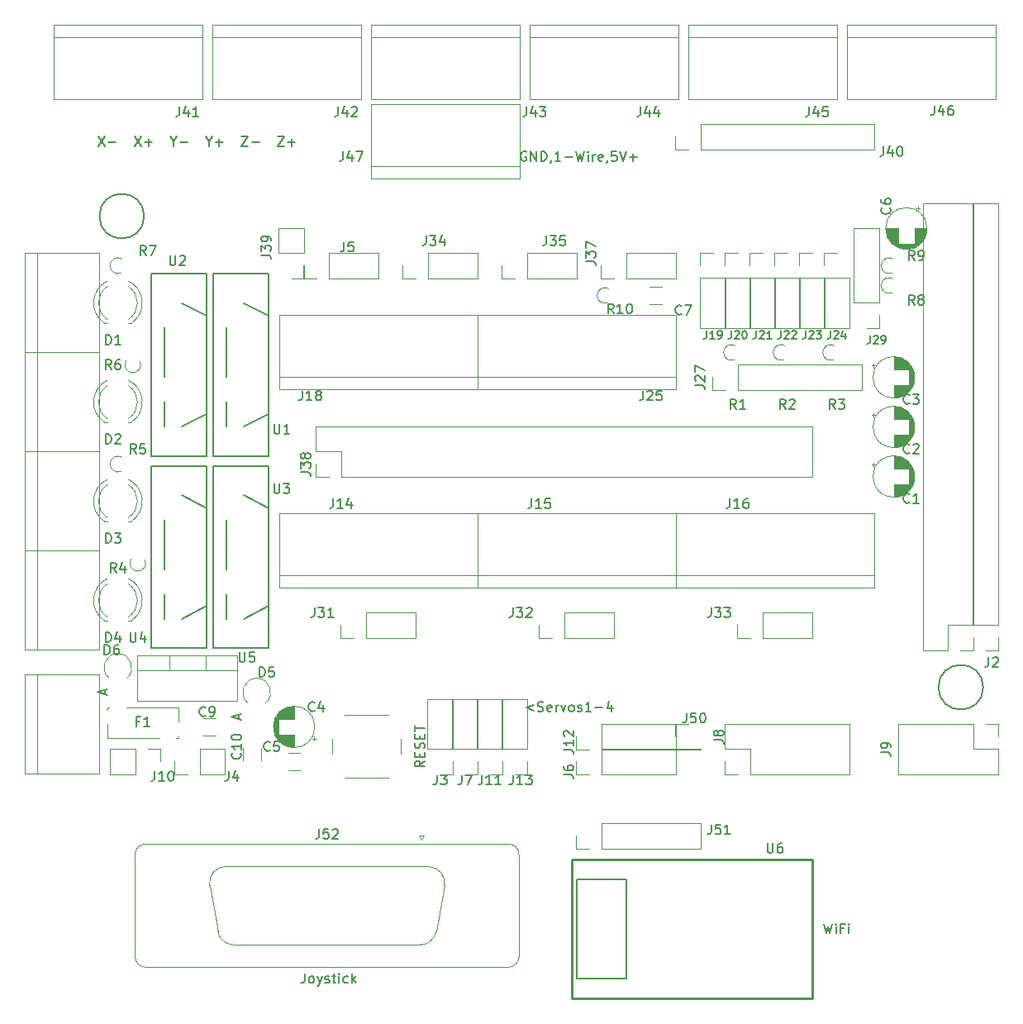
<source format=gto>
%TF.GenerationSoftware,KiCad,Pcbnew,(5.1.6-0-10_14)*%
%TF.CreationDate,2020-11-07T00:26:35+00:00*%
%TF.ProjectId,DeWinCNC,44655769-6e43-44e4-932e-6b696361645f,0.11*%
%TF.SameCoordinates,Original*%
%TF.FileFunction,Legend,Top*%
%TF.FilePolarity,Positive*%
%FSLAX46Y46*%
G04 Gerber Fmt 4.6, Leading zero omitted, Abs format (unit mm)*
G04 Created by KiCad (PCBNEW (5.1.6-0-10_14)) date 2020-11-07 00:26:35*
%MOMM*%
%LPD*%
G01*
G04 APERTURE LIST*
%ADD10C,0.150000*%
%ADD11C,0.120000*%
%ADD12C,0.152400*%
%ADD13C,0.254000*%
G04 APERTURE END LIST*
D10*
X138517619Y-148677380D02*
X138517619Y-149391666D01*
X138470000Y-149534523D01*
X138374761Y-149629761D01*
X138231904Y-149677380D01*
X138136666Y-149677380D01*
X139136666Y-149677380D02*
X139041428Y-149629761D01*
X138993809Y-149582142D01*
X138946190Y-149486904D01*
X138946190Y-149201190D01*
X138993809Y-149105952D01*
X139041428Y-149058333D01*
X139136666Y-149010714D01*
X139279523Y-149010714D01*
X139374761Y-149058333D01*
X139422380Y-149105952D01*
X139470000Y-149201190D01*
X139470000Y-149486904D01*
X139422380Y-149582142D01*
X139374761Y-149629761D01*
X139279523Y-149677380D01*
X139136666Y-149677380D01*
X139803333Y-149010714D02*
X140041428Y-149677380D01*
X140279523Y-149010714D02*
X140041428Y-149677380D01*
X139946190Y-149915476D01*
X139898571Y-149963095D01*
X139803333Y-150010714D01*
X140612857Y-149629761D02*
X140708095Y-149677380D01*
X140898571Y-149677380D01*
X140993809Y-149629761D01*
X141041428Y-149534523D01*
X141041428Y-149486904D01*
X140993809Y-149391666D01*
X140898571Y-149344047D01*
X140755714Y-149344047D01*
X140660476Y-149296428D01*
X140612857Y-149201190D01*
X140612857Y-149153571D01*
X140660476Y-149058333D01*
X140755714Y-149010714D01*
X140898571Y-149010714D01*
X140993809Y-149058333D01*
X141327142Y-149010714D02*
X141708095Y-149010714D01*
X141470000Y-148677380D02*
X141470000Y-149534523D01*
X141517619Y-149629761D01*
X141612857Y-149677380D01*
X141708095Y-149677380D01*
X142041428Y-149677380D02*
X142041428Y-149010714D01*
X142041428Y-148677380D02*
X141993809Y-148725000D01*
X142041428Y-148772619D01*
X142089047Y-148725000D01*
X142041428Y-148677380D01*
X142041428Y-148772619D01*
X142946190Y-149629761D02*
X142850952Y-149677380D01*
X142660476Y-149677380D01*
X142565238Y-149629761D01*
X142517619Y-149582142D01*
X142470000Y-149486904D01*
X142470000Y-149201190D01*
X142517619Y-149105952D01*
X142565238Y-149058333D01*
X142660476Y-149010714D01*
X142850952Y-149010714D01*
X142946190Y-149058333D01*
X143374761Y-149677380D02*
X143374761Y-148677380D01*
X143470000Y-149296428D02*
X143755714Y-149677380D01*
X143755714Y-149010714D02*
X143374761Y-149391666D01*
X191706666Y-143597380D02*
X191944761Y-144597380D01*
X192135238Y-143883095D01*
X192325714Y-144597380D01*
X192563809Y-143597380D01*
X192944761Y-144597380D02*
X192944761Y-143930714D01*
X192944761Y-143597380D02*
X192897142Y-143645000D01*
X192944761Y-143692619D01*
X192992380Y-143645000D01*
X192944761Y-143597380D01*
X192944761Y-143692619D01*
X193754285Y-144073571D02*
X193420952Y-144073571D01*
X193420952Y-144597380D02*
X193420952Y-143597380D01*
X193897142Y-143597380D01*
X194278095Y-144597380D02*
X194278095Y-143930714D01*
X194278095Y-143597380D02*
X194230476Y-143645000D01*
X194278095Y-143692619D01*
X194325714Y-143645000D01*
X194278095Y-143597380D01*
X194278095Y-143692619D01*
X161965142Y-121197714D02*
X161203238Y-121483428D01*
X161965142Y-121769142D01*
X162393714Y-121816761D02*
X162536571Y-121864380D01*
X162774666Y-121864380D01*
X162869904Y-121816761D01*
X162917523Y-121769142D01*
X162965142Y-121673904D01*
X162965142Y-121578666D01*
X162917523Y-121483428D01*
X162869904Y-121435809D01*
X162774666Y-121388190D01*
X162584190Y-121340571D01*
X162488952Y-121292952D01*
X162441333Y-121245333D01*
X162393714Y-121150095D01*
X162393714Y-121054857D01*
X162441333Y-120959619D01*
X162488952Y-120912000D01*
X162584190Y-120864380D01*
X162822285Y-120864380D01*
X162965142Y-120912000D01*
X163774666Y-121816761D02*
X163679428Y-121864380D01*
X163488952Y-121864380D01*
X163393714Y-121816761D01*
X163346095Y-121721523D01*
X163346095Y-121340571D01*
X163393714Y-121245333D01*
X163488952Y-121197714D01*
X163679428Y-121197714D01*
X163774666Y-121245333D01*
X163822285Y-121340571D01*
X163822285Y-121435809D01*
X163346095Y-121531047D01*
X164250857Y-121864380D02*
X164250857Y-121197714D01*
X164250857Y-121388190D02*
X164298476Y-121292952D01*
X164346095Y-121245333D01*
X164441333Y-121197714D01*
X164536571Y-121197714D01*
X164774666Y-121197714D02*
X165012761Y-121864380D01*
X165250857Y-121197714D01*
X165774666Y-121864380D02*
X165679428Y-121816761D01*
X165631809Y-121769142D01*
X165584190Y-121673904D01*
X165584190Y-121388190D01*
X165631809Y-121292952D01*
X165679428Y-121245333D01*
X165774666Y-121197714D01*
X165917523Y-121197714D01*
X166012761Y-121245333D01*
X166060380Y-121292952D01*
X166108000Y-121388190D01*
X166108000Y-121673904D01*
X166060380Y-121769142D01*
X166012761Y-121816761D01*
X165917523Y-121864380D01*
X165774666Y-121864380D01*
X166488952Y-121816761D02*
X166584190Y-121864380D01*
X166774666Y-121864380D01*
X166869904Y-121816761D01*
X166917523Y-121721523D01*
X166917523Y-121673904D01*
X166869904Y-121578666D01*
X166774666Y-121531047D01*
X166631809Y-121531047D01*
X166536571Y-121483428D01*
X166488952Y-121388190D01*
X166488952Y-121340571D01*
X166536571Y-121245333D01*
X166631809Y-121197714D01*
X166774666Y-121197714D01*
X166869904Y-121245333D01*
X167869904Y-121864380D02*
X167298476Y-121864380D01*
X167584190Y-121864380D02*
X167584190Y-120864380D01*
X167488952Y-121007238D01*
X167393714Y-121102476D01*
X167298476Y-121150095D01*
X168298476Y-121483428D02*
X169060380Y-121483428D01*
X169965142Y-121197714D02*
X169965142Y-121864380D01*
X169727047Y-120816761D02*
X169488952Y-121531047D01*
X170108000Y-121531047D01*
X161219238Y-64524000D02*
X161124000Y-64476380D01*
X160981142Y-64476380D01*
X160838285Y-64524000D01*
X160743047Y-64619238D01*
X160695428Y-64714476D01*
X160647809Y-64904952D01*
X160647809Y-65047809D01*
X160695428Y-65238285D01*
X160743047Y-65333523D01*
X160838285Y-65428761D01*
X160981142Y-65476380D01*
X161076380Y-65476380D01*
X161219238Y-65428761D01*
X161266857Y-65381142D01*
X161266857Y-65047809D01*
X161076380Y-65047809D01*
X161695428Y-65476380D02*
X161695428Y-64476380D01*
X162266857Y-65476380D01*
X162266857Y-64476380D01*
X162743047Y-65476380D02*
X162743047Y-64476380D01*
X162981142Y-64476380D01*
X163124000Y-64524000D01*
X163219238Y-64619238D01*
X163266857Y-64714476D01*
X163314476Y-64904952D01*
X163314476Y-65047809D01*
X163266857Y-65238285D01*
X163219238Y-65333523D01*
X163124000Y-65428761D01*
X162981142Y-65476380D01*
X162743047Y-65476380D01*
X163790666Y-65428761D02*
X163790666Y-65476380D01*
X163743047Y-65571619D01*
X163695428Y-65619238D01*
X164743047Y-65476380D02*
X164171619Y-65476380D01*
X164457333Y-65476380D02*
X164457333Y-64476380D01*
X164362095Y-64619238D01*
X164266857Y-64714476D01*
X164171619Y-64762095D01*
X165171619Y-65095428D02*
X165933523Y-65095428D01*
X166314476Y-64476380D02*
X166552571Y-65476380D01*
X166743047Y-64762095D01*
X166933523Y-65476380D01*
X167171619Y-64476380D01*
X167552571Y-65476380D02*
X167552571Y-64809714D01*
X167552571Y-64476380D02*
X167504952Y-64524000D01*
X167552571Y-64571619D01*
X167600190Y-64524000D01*
X167552571Y-64476380D01*
X167552571Y-64571619D01*
X168028761Y-65476380D02*
X168028761Y-64809714D01*
X168028761Y-65000190D02*
X168076380Y-64904952D01*
X168124000Y-64857333D01*
X168219238Y-64809714D01*
X168314476Y-64809714D01*
X169028761Y-65428761D02*
X168933523Y-65476380D01*
X168743047Y-65476380D01*
X168647809Y-65428761D01*
X168600190Y-65333523D01*
X168600190Y-64952571D01*
X168647809Y-64857333D01*
X168743047Y-64809714D01*
X168933523Y-64809714D01*
X169028761Y-64857333D01*
X169076380Y-64952571D01*
X169076380Y-65047809D01*
X168600190Y-65143047D01*
X169552571Y-65428761D02*
X169552571Y-65476380D01*
X169504952Y-65571619D01*
X169457333Y-65619238D01*
X170457333Y-64476380D02*
X169981142Y-64476380D01*
X169933523Y-64952571D01*
X169981142Y-64904952D01*
X170076380Y-64857333D01*
X170314476Y-64857333D01*
X170409714Y-64904952D01*
X170457333Y-64952571D01*
X170504952Y-65047809D01*
X170504952Y-65285904D01*
X170457333Y-65381142D01*
X170409714Y-65428761D01*
X170314476Y-65476380D01*
X170076380Y-65476380D01*
X169981142Y-65428761D01*
X169933523Y-65381142D01*
X170790666Y-64476380D02*
X171124000Y-65476380D01*
X171457333Y-64476380D01*
X171790666Y-65095428D02*
X172552571Y-65095428D01*
X172171619Y-65476380D02*
X172171619Y-64714476D01*
X117365142Y-62952380D02*
X118031809Y-63952380D01*
X118031809Y-62952380D02*
X117365142Y-63952380D01*
X118412761Y-63571428D02*
X119174666Y-63571428D01*
X121079428Y-62952380D02*
X121746095Y-63952380D01*
X121746095Y-62952380D02*
X121079428Y-63952380D01*
X122127047Y-63571428D02*
X122888952Y-63571428D01*
X122508000Y-63952380D02*
X122508000Y-63190476D01*
X125079428Y-63476190D02*
X125079428Y-63952380D01*
X124746095Y-62952380D02*
X125079428Y-63476190D01*
X125412761Y-62952380D01*
X125746095Y-63571428D02*
X126508000Y-63571428D01*
X128698476Y-63476190D02*
X128698476Y-63952380D01*
X128365142Y-62952380D02*
X128698476Y-63476190D01*
X129031809Y-62952380D01*
X129365142Y-63571428D02*
X130127047Y-63571428D01*
X129746095Y-63952380D02*
X129746095Y-63190476D01*
X132031809Y-62952380D02*
X132698476Y-62952380D01*
X132031809Y-63952380D01*
X132698476Y-63952380D01*
X133079428Y-63571428D02*
X133841333Y-63571428D01*
X135746095Y-62952380D02*
X136412761Y-62952380D01*
X135746095Y-63952380D01*
X136412761Y-63952380D01*
X136793714Y-63571428D02*
X137555619Y-63571428D01*
X137174666Y-63952380D02*
X137174666Y-63190476D01*
D11*
%TO.C,J52*%
X128783530Y-139693256D02*
X129612267Y-144393256D01*
X152816470Y-139693256D02*
X151987733Y-144393256D01*
X131247048Y-145765000D02*
X150352952Y-145765000D01*
X130418311Y-137745000D02*
X151181689Y-137745000D01*
X150495000Y-134983675D02*
X150245000Y-134550662D01*
X150745000Y-134550662D02*
X150495000Y-134983675D01*
X150245000Y-134550662D02*
X150745000Y-134550662D01*
X121140000Y-147005000D02*
X121140000Y-136505000D01*
X159400000Y-148065000D02*
X122200000Y-148065000D01*
X160460000Y-136505000D02*
X160460000Y-147005000D01*
X122200000Y-135445000D02*
X159400000Y-135445000D01*
X151987733Y-144393256D02*
G75*
G02*
X150352952Y-145765000I-1634781J288256D01*
G01*
X129612267Y-144393256D02*
G75*
G03*
X131247048Y-145765000I1634781J288256D01*
G01*
X152816470Y-139693256D02*
G75*
G03*
X151181689Y-137745000I-1634781J288256D01*
G01*
X128783530Y-139693256D02*
G75*
G02*
X130418311Y-137745000I1634781J288256D01*
G01*
X159400000Y-148065000D02*
G75*
G03*
X160460000Y-147005000I0J1060000D01*
G01*
X122200000Y-148065000D02*
G75*
G02*
X121140000Y-147005000I0J1060000D01*
G01*
X160460000Y-136505000D02*
G75*
G03*
X159400000Y-135445000I-1060000J0D01*
G01*
X122200000Y-135445000D02*
G75*
G03*
X121140000Y-136505000I0J-1060000D01*
G01*
%TO.C,J51*%
X166310000Y-135950000D02*
X166310000Y-134620000D01*
X167640000Y-135950000D02*
X166310000Y-135950000D01*
X168910000Y-135950000D02*
X168910000Y-133290000D01*
X168910000Y-133290000D02*
X179130000Y-133290000D01*
X168910000Y-135950000D02*
X179130000Y-135950000D01*
X179130000Y-135950000D02*
X179130000Y-133290000D01*
D12*
%TO.C,U6*%
X171450000Y-139065000D02*
X168910000Y-139065000D01*
X171450000Y-149225000D02*
X171450000Y-139065000D01*
X166370000Y-149225000D02*
X171450000Y-149225000D01*
X166370000Y-141605000D02*
X166370000Y-149225000D01*
X166370000Y-139065000D02*
X166370000Y-141605000D01*
X168910000Y-139065000D02*
X166370000Y-139065000D01*
D13*
X165862000Y-151257000D02*
X165862000Y-137033000D01*
X190500000Y-151257000D02*
X165862000Y-151257000D01*
X190500000Y-137033000D02*
X190500000Y-151257000D01*
X165862000Y-137033000D02*
X190500000Y-137033000D01*
D11*
%TO.C,J50*%
X176470000Y-125790000D02*
X179130000Y-125790000D01*
X176470000Y-125730000D02*
X176470000Y-125790000D01*
X179130000Y-125730000D02*
X179130000Y-125790000D01*
X176470000Y-125730000D02*
X179130000Y-125730000D01*
X176470000Y-124460000D02*
X176470000Y-123130000D01*
X176470000Y-123130000D02*
X177800000Y-123130000D01*
%TO.C,J40*%
X176470000Y-64322000D02*
X176470000Y-62992000D01*
X177800000Y-64322000D02*
X176470000Y-64322000D01*
X179070000Y-64322000D02*
X179070000Y-61662000D01*
X179070000Y-61662000D02*
X196910000Y-61662000D01*
X179070000Y-64322000D02*
X196910000Y-64322000D01*
X196910000Y-64322000D02*
X196910000Y-61662000D01*
%TO.C,R4*%
X122161359Y-106359905D02*
G75*
G02*
X120712000Y-106262867I-749359J-320095D01*
G01*
%TO.C,R6*%
X121653359Y-86039905D02*
G75*
G02*
X120204000Y-85942867I-749359J-320095D01*
G01*
%TO.C,J1*%
X207044000Y-69790000D02*
X201844000Y-69790000D01*
X207044000Y-113030000D02*
X207044000Y-69790000D01*
X201844000Y-115630000D02*
X201844000Y-69790000D01*
X207044000Y-113030000D02*
X204444000Y-113030000D01*
X204444000Y-113030000D02*
X204444000Y-115630000D01*
X204444000Y-115630000D02*
X201844000Y-115630000D01*
X207044000Y-114300000D02*
X207044000Y-115630000D01*
X207044000Y-115630000D02*
X205714000Y-115630000D01*
%TO.C,J43*%
X160528000Y-51562000D02*
X160528000Y-59182000D01*
X145288000Y-51562000D02*
X145288000Y-59182000D01*
X160528000Y-52832000D02*
X145288000Y-52832000D01*
X160528000Y-59182000D02*
X145288000Y-59182000D01*
X160528000Y-51562000D02*
X145288000Y-51562000D01*
%TO.C,J41*%
X128016000Y-51562000D02*
X128016000Y-59182000D01*
X112776000Y-51562000D02*
X112776000Y-59182000D01*
X128016000Y-52832000D02*
X112776000Y-52832000D01*
X128016000Y-59182000D02*
X112776000Y-59182000D01*
X128016000Y-51562000D02*
X112776000Y-51562000D01*
%TO.C,J42*%
X144272000Y-51562000D02*
X144272000Y-59182000D01*
X129032000Y-51562000D02*
X129032000Y-59182000D01*
X144272000Y-52832000D02*
X129032000Y-52832000D01*
X144272000Y-59182000D02*
X129032000Y-59182000D01*
X144272000Y-51562000D02*
X129032000Y-51562000D01*
%TO.C,J47*%
X145288000Y-67310000D02*
X160528000Y-67310000D01*
X145288000Y-59690000D02*
X160528000Y-59690000D01*
X145288000Y-66040000D02*
X160528000Y-66040000D01*
X160528000Y-67310000D02*
X160528000Y-59690000D01*
X145288000Y-67310000D02*
X145288000Y-59690000D01*
%TO.C,F1*%
X118280000Y-121428000D02*
X118501000Y-121428000D01*
X120259000Y-121428000D02*
X125580000Y-121428000D01*
X118280000Y-124628000D02*
X123602000Y-124628000D01*
X125359000Y-124628000D02*
X125580000Y-124628000D01*
X118280000Y-121428000D02*
X118280000Y-121678000D01*
X118280000Y-123178000D02*
X118280000Y-124628000D01*
X125580000Y-121428000D02*
X125580000Y-122879000D01*
X125580000Y-124378000D02*
X125580000Y-124628000D01*
%TO.C,D6*%
X118411134Y-118401850D02*
G75*
G02*
X120280000Y-118461239I968866J1053850D01*
G01*
%TO.C,D5*%
X132635134Y-120941850D02*
G75*
G02*
X134504000Y-121001239I968866J1053850D01*
G01*
%TO.C,J4*%
X125162000Y-128330000D02*
X125162000Y-127000000D01*
X126492000Y-128330000D02*
X125162000Y-128330000D01*
X127762000Y-128330000D02*
X127762000Y-125670000D01*
X127762000Y-125670000D02*
X130362000Y-125670000D01*
X127762000Y-128330000D02*
X130362000Y-128330000D01*
X130362000Y-128330000D02*
X130362000Y-125670000D01*
%TO.C,J10*%
X123758000Y-125670000D02*
X123758000Y-127000000D01*
X122428000Y-125670000D02*
X123758000Y-125670000D01*
X121158000Y-125670000D02*
X121158000Y-128330000D01*
X121158000Y-128330000D02*
X118558000Y-128330000D01*
X121158000Y-125670000D02*
X118558000Y-125670000D01*
X118558000Y-125670000D02*
X118558000Y-128330000D01*
%TO.C,C10*%
X132176000Y-125589000D02*
X132176000Y-126847000D01*
X134016000Y-125589000D02*
X134016000Y-126847000D01*
%TO.C,C9*%
X128129000Y-124364000D02*
X129387000Y-124364000D01*
X128129000Y-122524000D02*
X129387000Y-122524000D01*
%TO.C,U5*%
X128343000Y-116110000D02*
X128343000Y-117620000D01*
X124642000Y-116110000D02*
X124642000Y-117620000D01*
X121372000Y-117620000D02*
X131612000Y-117620000D01*
X131612000Y-116110000D02*
X131612000Y-120751000D01*
X121372000Y-116110000D02*
X121372000Y-120751000D01*
X121372000Y-120751000D02*
X131612000Y-120751000D01*
X121372000Y-116110000D02*
X131612000Y-116110000D01*
%TO.C,C5*%
X138063000Y-126080000D02*
X136805000Y-126080000D01*
X138063000Y-127920000D02*
X136805000Y-127920000D01*
%TO.C,C7*%
X175107000Y-78328000D02*
X173849000Y-78328000D01*
X175107000Y-80168000D02*
X173849000Y-80168000D01*
%TO.C,J37*%
X168850000Y-77530000D02*
X168850000Y-76200000D01*
X170180000Y-77530000D02*
X168850000Y-77530000D01*
X171450000Y-77530000D02*
X171450000Y-74870000D01*
X171450000Y-74870000D02*
X176590000Y-74870000D01*
X171450000Y-77530000D02*
X176590000Y-77530000D01*
X176590000Y-77530000D02*
X176590000Y-74870000D01*
%TO.C,R8*%
X198720095Y-78981359D02*
G75*
G02*
X198817133Y-77532000I-320095J749359D01*
G01*
%TO.C,R9*%
X198720095Y-76949359D02*
G75*
G02*
X198817133Y-75500000I-320095J749359D01*
G01*
%TO.C,R10*%
X169616095Y-79997359D02*
G75*
G02*
X169713133Y-78548000I-320095J749359D01*
G01*
%TO.C,C6*%
X201547000Y-70308199D02*
X201147000Y-70308199D01*
X201347000Y-70108199D02*
X201347000Y-70508199D01*
X200522000Y-74459000D02*
X199782000Y-74459000D01*
X200689000Y-74419000D02*
X199615000Y-74419000D01*
X200816000Y-74379000D02*
X199488000Y-74379000D01*
X200920000Y-74339000D02*
X199384000Y-74339000D01*
X201011000Y-74299000D02*
X199293000Y-74299000D01*
X201092000Y-74259000D02*
X199212000Y-74259000D01*
X201165000Y-74219000D02*
X199139000Y-74219000D01*
X201232000Y-74179000D02*
X199072000Y-74179000D01*
X201294000Y-74139000D02*
X199010000Y-74139000D01*
X201352000Y-74099000D02*
X198952000Y-74099000D01*
X201406000Y-74059000D02*
X198898000Y-74059000D01*
X201456000Y-74019000D02*
X198848000Y-74019000D01*
X201503000Y-73979000D02*
X198801000Y-73979000D01*
X199312000Y-73939000D02*
X198756000Y-73939000D01*
X201548000Y-73939000D02*
X200992000Y-73939000D01*
X199312000Y-73899000D02*
X198714000Y-73899000D01*
X201590000Y-73899000D02*
X200992000Y-73899000D01*
X199312000Y-73859000D02*
X198674000Y-73859000D01*
X201630000Y-73859000D02*
X200992000Y-73859000D01*
X199312000Y-73819000D02*
X198636000Y-73819000D01*
X201668000Y-73819000D02*
X200992000Y-73819000D01*
X199312000Y-73779000D02*
X198600000Y-73779000D01*
X201704000Y-73779000D02*
X200992000Y-73779000D01*
X199312000Y-73739000D02*
X198565000Y-73739000D01*
X201739000Y-73739000D02*
X200992000Y-73739000D01*
X199312000Y-73699000D02*
X198533000Y-73699000D01*
X201771000Y-73699000D02*
X200992000Y-73699000D01*
X199312000Y-73659000D02*
X198502000Y-73659000D01*
X201802000Y-73659000D02*
X200992000Y-73659000D01*
X199312000Y-73619000D02*
X198472000Y-73619000D01*
X201832000Y-73619000D02*
X200992000Y-73619000D01*
X199312000Y-73579000D02*
X198444000Y-73579000D01*
X201860000Y-73579000D02*
X200992000Y-73579000D01*
X199312000Y-73539000D02*
X198417000Y-73539000D01*
X201887000Y-73539000D02*
X200992000Y-73539000D01*
X199312000Y-73499000D02*
X198392000Y-73499000D01*
X201912000Y-73499000D02*
X200992000Y-73499000D01*
X199312000Y-73459000D02*
X198367000Y-73459000D01*
X201937000Y-73459000D02*
X200992000Y-73459000D01*
X199312000Y-73419000D02*
X198344000Y-73419000D01*
X201960000Y-73419000D02*
X200992000Y-73419000D01*
X199312000Y-73379000D02*
X198322000Y-73379000D01*
X201982000Y-73379000D02*
X200992000Y-73379000D01*
X199312000Y-73339000D02*
X198301000Y-73339000D01*
X202003000Y-73339000D02*
X200992000Y-73339000D01*
X199312000Y-73299000D02*
X198282000Y-73299000D01*
X202022000Y-73299000D02*
X200992000Y-73299000D01*
X199312000Y-73259000D02*
X198263000Y-73259000D01*
X202041000Y-73259000D02*
X200992000Y-73259000D01*
X199312000Y-73219000D02*
X198245000Y-73219000D01*
X202059000Y-73219000D02*
X200992000Y-73219000D01*
X199312000Y-73179000D02*
X198228000Y-73179000D01*
X202076000Y-73179000D02*
X200992000Y-73179000D01*
X199312000Y-73139000D02*
X198212000Y-73139000D01*
X202092000Y-73139000D02*
X200992000Y-73139000D01*
X199312000Y-73099000D02*
X198198000Y-73099000D01*
X202106000Y-73099000D02*
X200992000Y-73099000D01*
X199312000Y-73058000D02*
X198184000Y-73058000D01*
X202120000Y-73058000D02*
X200992000Y-73058000D01*
X199312000Y-73018000D02*
X198170000Y-73018000D01*
X202134000Y-73018000D02*
X200992000Y-73018000D01*
X199312000Y-72978000D02*
X198158000Y-72978000D01*
X202146000Y-72978000D02*
X200992000Y-72978000D01*
X199312000Y-72938000D02*
X198147000Y-72938000D01*
X202157000Y-72938000D02*
X200992000Y-72938000D01*
X199312000Y-72898000D02*
X198136000Y-72898000D01*
X202168000Y-72898000D02*
X200992000Y-72898000D01*
X199312000Y-72858000D02*
X198127000Y-72858000D01*
X202177000Y-72858000D02*
X200992000Y-72858000D01*
X199312000Y-72818000D02*
X198118000Y-72818000D01*
X202186000Y-72818000D02*
X200992000Y-72818000D01*
X199312000Y-72778000D02*
X198110000Y-72778000D01*
X202194000Y-72778000D02*
X200992000Y-72778000D01*
X199312000Y-72738000D02*
X198102000Y-72738000D01*
X202202000Y-72738000D02*
X200992000Y-72738000D01*
X199312000Y-72698000D02*
X198096000Y-72698000D01*
X202208000Y-72698000D02*
X200992000Y-72698000D01*
X199312000Y-72658000D02*
X198090000Y-72658000D01*
X202214000Y-72658000D02*
X200992000Y-72658000D01*
X199312000Y-72618000D02*
X198085000Y-72618000D01*
X202219000Y-72618000D02*
X200992000Y-72618000D01*
X199312000Y-72578000D02*
X198081000Y-72578000D01*
X202223000Y-72578000D02*
X200992000Y-72578000D01*
X199312000Y-72538000D02*
X198078000Y-72538000D01*
X202226000Y-72538000D02*
X200992000Y-72538000D01*
X199312000Y-72498000D02*
X198075000Y-72498000D01*
X202229000Y-72498000D02*
X200992000Y-72498000D01*
X202231000Y-72458000D02*
X200992000Y-72458000D01*
X199312000Y-72458000D02*
X198073000Y-72458000D01*
X202232000Y-72418000D02*
X200992000Y-72418000D01*
X199312000Y-72418000D02*
X198072000Y-72418000D01*
X202232000Y-72378000D02*
X200992000Y-72378000D01*
X199312000Y-72378000D02*
X198072000Y-72378000D01*
X202272000Y-72378000D02*
G75*
G03*
X202272000Y-72378000I-2120000J0D01*
G01*
%TO.C,J46*%
X209296000Y-51562000D02*
X209296000Y-59182000D01*
X194056000Y-51562000D02*
X194056000Y-59182000D01*
X209296000Y-52832000D02*
X194056000Y-52832000D01*
X209296000Y-59182000D02*
X194056000Y-59182000D01*
X209296000Y-51562000D02*
X194056000Y-51562000D01*
%TO.C,J45*%
X193040000Y-51562000D02*
X193040000Y-59182000D01*
X177800000Y-51562000D02*
X177800000Y-59182000D01*
X193040000Y-52832000D02*
X177800000Y-52832000D01*
X193040000Y-59182000D02*
X177800000Y-59182000D01*
X193040000Y-51562000D02*
X177800000Y-51562000D01*
%TO.C,J44*%
X176784000Y-51562000D02*
X176784000Y-59182000D01*
X161544000Y-51562000D02*
X161544000Y-59182000D01*
X176784000Y-52832000D02*
X161544000Y-52832000D01*
X176784000Y-59182000D02*
X161544000Y-59182000D01*
X176784000Y-51562000D02*
X161544000Y-51562000D01*
%TO.C,J38*%
X190560000Y-97850000D02*
X190560000Y-92650000D01*
X142240000Y-97850000D02*
X190560000Y-97850000D01*
X139640000Y-92650000D02*
X190560000Y-92650000D01*
X142240000Y-97850000D02*
X142240000Y-95250000D01*
X142240000Y-95250000D02*
X139640000Y-95250000D01*
X139640000Y-95250000D02*
X139640000Y-92650000D01*
X140970000Y-97850000D02*
X139640000Y-97850000D01*
X139640000Y-97850000D02*
X139640000Y-96520000D01*
%TO.C,RESET*%
X142605000Y-128690000D02*
X147105000Y-128690000D01*
X141355000Y-124690000D02*
X141355000Y-126190000D01*
X147105000Y-122190000D02*
X142605000Y-122190000D01*
X148355000Y-126190000D02*
X148355000Y-124690000D01*
%TO.C,C4*%
X139495801Y-124839000D02*
X139495801Y-124439000D01*
X139695801Y-124639000D02*
X139295801Y-124639000D01*
X135345000Y-123814000D02*
X135345000Y-123074000D01*
X135385000Y-123981000D02*
X135385000Y-122907000D01*
X135425000Y-124108000D02*
X135425000Y-122780000D01*
X135465000Y-124212000D02*
X135465000Y-122676000D01*
X135505000Y-124303000D02*
X135505000Y-122585000D01*
X135545000Y-124384000D02*
X135545000Y-122504000D01*
X135585000Y-124457000D02*
X135585000Y-122431000D01*
X135625000Y-124524000D02*
X135625000Y-122364000D01*
X135665000Y-124586000D02*
X135665000Y-122302000D01*
X135705000Y-124644000D02*
X135705000Y-122244000D01*
X135745000Y-124698000D02*
X135745000Y-122190000D01*
X135785000Y-124748000D02*
X135785000Y-122140000D01*
X135825000Y-124795000D02*
X135825000Y-122093000D01*
X135865000Y-122604000D02*
X135865000Y-122048000D01*
X135865000Y-124840000D02*
X135865000Y-124284000D01*
X135905000Y-122604000D02*
X135905000Y-122006000D01*
X135905000Y-124882000D02*
X135905000Y-124284000D01*
X135945000Y-122604000D02*
X135945000Y-121966000D01*
X135945000Y-124922000D02*
X135945000Y-124284000D01*
X135985000Y-122604000D02*
X135985000Y-121928000D01*
X135985000Y-124960000D02*
X135985000Y-124284000D01*
X136025000Y-122604000D02*
X136025000Y-121892000D01*
X136025000Y-124996000D02*
X136025000Y-124284000D01*
X136065000Y-122604000D02*
X136065000Y-121857000D01*
X136065000Y-125031000D02*
X136065000Y-124284000D01*
X136105000Y-122604000D02*
X136105000Y-121825000D01*
X136105000Y-125063000D02*
X136105000Y-124284000D01*
X136145000Y-122604000D02*
X136145000Y-121794000D01*
X136145000Y-125094000D02*
X136145000Y-124284000D01*
X136185000Y-122604000D02*
X136185000Y-121764000D01*
X136185000Y-125124000D02*
X136185000Y-124284000D01*
X136225000Y-122604000D02*
X136225000Y-121736000D01*
X136225000Y-125152000D02*
X136225000Y-124284000D01*
X136265000Y-122604000D02*
X136265000Y-121709000D01*
X136265000Y-125179000D02*
X136265000Y-124284000D01*
X136305000Y-122604000D02*
X136305000Y-121684000D01*
X136305000Y-125204000D02*
X136305000Y-124284000D01*
X136345000Y-122604000D02*
X136345000Y-121659000D01*
X136345000Y-125229000D02*
X136345000Y-124284000D01*
X136385000Y-122604000D02*
X136385000Y-121636000D01*
X136385000Y-125252000D02*
X136385000Y-124284000D01*
X136425000Y-122604000D02*
X136425000Y-121614000D01*
X136425000Y-125274000D02*
X136425000Y-124284000D01*
X136465000Y-122604000D02*
X136465000Y-121593000D01*
X136465000Y-125295000D02*
X136465000Y-124284000D01*
X136505000Y-122604000D02*
X136505000Y-121574000D01*
X136505000Y-125314000D02*
X136505000Y-124284000D01*
X136545000Y-122604000D02*
X136545000Y-121555000D01*
X136545000Y-125333000D02*
X136545000Y-124284000D01*
X136585000Y-122604000D02*
X136585000Y-121537000D01*
X136585000Y-125351000D02*
X136585000Y-124284000D01*
X136625000Y-122604000D02*
X136625000Y-121520000D01*
X136625000Y-125368000D02*
X136625000Y-124284000D01*
X136665000Y-122604000D02*
X136665000Y-121504000D01*
X136665000Y-125384000D02*
X136665000Y-124284000D01*
X136705000Y-122604000D02*
X136705000Y-121490000D01*
X136705000Y-125398000D02*
X136705000Y-124284000D01*
X136746000Y-122604000D02*
X136746000Y-121476000D01*
X136746000Y-125412000D02*
X136746000Y-124284000D01*
X136786000Y-122604000D02*
X136786000Y-121462000D01*
X136786000Y-125426000D02*
X136786000Y-124284000D01*
X136826000Y-122604000D02*
X136826000Y-121450000D01*
X136826000Y-125438000D02*
X136826000Y-124284000D01*
X136866000Y-122604000D02*
X136866000Y-121439000D01*
X136866000Y-125449000D02*
X136866000Y-124284000D01*
X136906000Y-122604000D02*
X136906000Y-121428000D01*
X136906000Y-125460000D02*
X136906000Y-124284000D01*
X136946000Y-122604000D02*
X136946000Y-121419000D01*
X136946000Y-125469000D02*
X136946000Y-124284000D01*
X136986000Y-122604000D02*
X136986000Y-121410000D01*
X136986000Y-125478000D02*
X136986000Y-124284000D01*
X137026000Y-122604000D02*
X137026000Y-121402000D01*
X137026000Y-125486000D02*
X137026000Y-124284000D01*
X137066000Y-122604000D02*
X137066000Y-121394000D01*
X137066000Y-125494000D02*
X137066000Y-124284000D01*
X137106000Y-122604000D02*
X137106000Y-121388000D01*
X137106000Y-125500000D02*
X137106000Y-124284000D01*
X137146000Y-122604000D02*
X137146000Y-121382000D01*
X137146000Y-125506000D02*
X137146000Y-124284000D01*
X137186000Y-122604000D02*
X137186000Y-121377000D01*
X137186000Y-125511000D02*
X137186000Y-124284000D01*
X137226000Y-122604000D02*
X137226000Y-121373000D01*
X137226000Y-125515000D02*
X137226000Y-124284000D01*
X137266000Y-122604000D02*
X137266000Y-121370000D01*
X137266000Y-125518000D02*
X137266000Y-124284000D01*
X137306000Y-122604000D02*
X137306000Y-121367000D01*
X137306000Y-125521000D02*
X137306000Y-124284000D01*
X137346000Y-125523000D02*
X137346000Y-124284000D01*
X137346000Y-122604000D02*
X137346000Y-121365000D01*
X137386000Y-125524000D02*
X137386000Y-124284000D01*
X137386000Y-122604000D02*
X137386000Y-121364000D01*
X137426000Y-125524000D02*
X137426000Y-124284000D01*
X137426000Y-122604000D02*
X137426000Y-121364000D01*
X139546000Y-123444000D02*
G75*
G03*
X139546000Y-123444000I-2120000J0D01*
G01*
%TO.C,R5*%
X119705095Y-97269359D02*
G75*
G02*
X119802133Y-95820000I-320095J749359D01*
G01*
%TO.C,D4*%
X120460000Y-112550000D02*
X120779000Y-112550000D01*
X117981000Y-112550000D02*
X118300000Y-112550000D01*
X118299276Y-108246758D02*
G75*
G03*
X117981251Y-112550000I1080724J-2243242D01*
G01*
X120460724Y-108246758D02*
G75*
G02*
X120778749Y-112550000I-1080724J-2243242D01*
G01*
X118299039Y-108807287D02*
G75*
G03*
X118300000Y-112173330I1080961J-1682713D01*
G01*
X120460961Y-108807287D02*
G75*
G02*
X120460000Y-112173330I-1080961J-1682713D01*
G01*
%TO.C,D3*%
X120460000Y-102390000D02*
X120779000Y-102390000D01*
X117981000Y-102390000D02*
X118300000Y-102390000D01*
X118299276Y-98086758D02*
G75*
G03*
X117981251Y-102390000I1080724J-2243242D01*
G01*
X120460724Y-98086758D02*
G75*
G02*
X120778749Y-102390000I-1080724J-2243242D01*
G01*
X118299039Y-98647287D02*
G75*
G03*
X118300000Y-102013330I1080961J-1682713D01*
G01*
X120460961Y-98647287D02*
G75*
G02*
X120460000Y-102013330I-1080961J-1682713D01*
G01*
%TO.C,D2*%
X120460000Y-92230000D02*
X120779000Y-92230000D01*
X117981000Y-92230000D02*
X118300000Y-92230000D01*
X118299276Y-87926758D02*
G75*
G03*
X117981251Y-92230000I1080724J-2243242D01*
G01*
X120460724Y-87926758D02*
G75*
G02*
X120778749Y-92230000I-1080724J-2243242D01*
G01*
X118299039Y-88487287D02*
G75*
G03*
X118300000Y-91853330I1080961J-1682713D01*
G01*
X120460961Y-88487287D02*
G75*
G02*
X120460000Y-91853330I-1080961J-1682713D01*
G01*
%TO.C,D1*%
X120460000Y-82070000D02*
X120779000Y-82070000D01*
X117981000Y-82070000D02*
X118300000Y-82070000D01*
X120460961Y-78327287D02*
G75*
G02*
X120460000Y-81693330I-1080961J-1682713D01*
G01*
X118299039Y-78327287D02*
G75*
G03*
X118300000Y-81693330I1080961J-1682713D01*
G01*
X120460724Y-77766758D02*
G75*
G02*
X120778749Y-82070000I-1080724J-2243242D01*
G01*
X118299276Y-77766758D02*
G75*
G03*
X117981251Y-82070000I1080724J-2243242D01*
G01*
%TO.C,R7*%
X119705095Y-76949359D02*
G75*
G02*
X119802133Y-75500000I-320095J749359D01*
G01*
%TO.C,R1*%
X182565095Y-85839359D02*
G75*
G02*
X182662133Y-84390000I-320095J749359D01*
G01*
%TO.C,R2*%
X187645095Y-85839359D02*
G75*
G02*
X187742133Y-84390000I-320095J749359D01*
G01*
%TO.C,R3*%
X192725095Y-85839359D02*
G75*
G02*
X192822133Y-84390000I-320095J749359D01*
G01*
%TO.C,C1*%
X196800199Y-96395000D02*
X196800199Y-96795000D01*
X196600199Y-96595000D02*
X197000199Y-96595000D01*
X200951000Y-97420000D02*
X200951000Y-98160000D01*
X200911000Y-97253000D02*
X200911000Y-98327000D01*
X200871000Y-97126000D02*
X200871000Y-98454000D01*
X200831000Y-97022000D02*
X200831000Y-98558000D01*
X200791000Y-96931000D02*
X200791000Y-98649000D01*
X200751000Y-96850000D02*
X200751000Y-98730000D01*
X200711000Y-96777000D02*
X200711000Y-98803000D01*
X200671000Y-96710000D02*
X200671000Y-98870000D01*
X200631000Y-96648000D02*
X200631000Y-98932000D01*
X200591000Y-96590000D02*
X200591000Y-98990000D01*
X200551000Y-96536000D02*
X200551000Y-99044000D01*
X200511000Y-96486000D02*
X200511000Y-99094000D01*
X200471000Y-96439000D02*
X200471000Y-99141000D01*
X200431000Y-98630000D02*
X200431000Y-99186000D01*
X200431000Y-96394000D02*
X200431000Y-96950000D01*
X200391000Y-98630000D02*
X200391000Y-99228000D01*
X200391000Y-96352000D02*
X200391000Y-96950000D01*
X200351000Y-98630000D02*
X200351000Y-99268000D01*
X200351000Y-96312000D02*
X200351000Y-96950000D01*
X200311000Y-98630000D02*
X200311000Y-99306000D01*
X200311000Y-96274000D02*
X200311000Y-96950000D01*
X200271000Y-98630000D02*
X200271000Y-99342000D01*
X200271000Y-96238000D02*
X200271000Y-96950000D01*
X200231000Y-98630000D02*
X200231000Y-99377000D01*
X200231000Y-96203000D02*
X200231000Y-96950000D01*
X200191000Y-98630000D02*
X200191000Y-99409000D01*
X200191000Y-96171000D02*
X200191000Y-96950000D01*
X200151000Y-98630000D02*
X200151000Y-99440000D01*
X200151000Y-96140000D02*
X200151000Y-96950000D01*
X200111000Y-98630000D02*
X200111000Y-99470000D01*
X200111000Y-96110000D02*
X200111000Y-96950000D01*
X200071000Y-98630000D02*
X200071000Y-99498000D01*
X200071000Y-96082000D02*
X200071000Y-96950000D01*
X200031000Y-98630000D02*
X200031000Y-99525000D01*
X200031000Y-96055000D02*
X200031000Y-96950000D01*
X199991000Y-98630000D02*
X199991000Y-99550000D01*
X199991000Y-96030000D02*
X199991000Y-96950000D01*
X199951000Y-98630000D02*
X199951000Y-99575000D01*
X199951000Y-96005000D02*
X199951000Y-96950000D01*
X199911000Y-98630000D02*
X199911000Y-99598000D01*
X199911000Y-95982000D02*
X199911000Y-96950000D01*
X199871000Y-98630000D02*
X199871000Y-99620000D01*
X199871000Y-95960000D02*
X199871000Y-96950000D01*
X199831000Y-98630000D02*
X199831000Y-99641000D01*
X199831000Y-95939000D02*
X199831000Y-96950000D01*
X199791000Y-98630000D02*
X199791000Y-99660000D01*
X199791000Y-95920000D02*
X199791000Y-96950000D01*
X199751000Y-98630000D02*
X199751000Y-99679000D01*
X199751000Y-95901000D02*
X199751000Y-96950000D01*
X199711000Y-98630000D02*
X199711000Y-99697000D01*
X199711000Y-95883000D02*
X199711000Y-96950000D01*
X199671000Y-98630000D02*
X199671000Y-99714000D01*
X199671000Y-95866000D02*
X199671000Y-96950000D01*
X199631000Y-98630000D02*
X199631000Y-99730000D01*
X199631000Y-95850000D02*
X199631000Y-96950000D01*
X199591000Y-98630000D02*
X199591000Y-99744000D01*
X199591000Y-95836000D02*
X199591000Y-96950000D01*
X199550000Y-98630000D02*
X199550000Y-99758000D01*
X199550000Y-95822000D02*
X199550000Y-96950000D01*
X199510000Y-98630000D02*
X199510000Y-99772000D01*
X199510000Y-95808000D02*
X199510000Y-96950000D01*
X199470000Y-98630000D02*
X199470000Y-99784000D01*
X199470000Y-95796000D02*
X199470000Y-96950000D01*
X199430000Y-98630000D02*
X199430000Y-99795000D01*
X199430000Y-95785000D02*
X199430000Y-96950000D01*
X199390000Y-98630000D02*
X199390000Y-99806000D01*
X199390000Y-95774000D02*
X199390000Y-96950000D01*
X199350000Y-98630000D02*
X199350000Y-99815000D01*
X199350000Y-95765000D02*
X199350000Y-96950000D01*
X199310000Y-98630000D02*
X199310000Y-99824000D01*
X199310000Y-95756000D02*
X199310000Y-96950000D01*
X199270000Y-98630000D02*
X199270000Y-99832000D01*
X199270000Y-95748000D02*
X199270000Y-96950000D01*
X199230000Y-98630000D02*
X199230000Y-99840000D01*
X199230000Y-95740000D02*
X199230000Y-96950000D01*
X199190000Y-98630000D02*
X199190000Y-99846000D01*
X199190000Y-95734000D02*
X199190000Y-96950000D01*
X199150000Y-98630000D02*
X199150000Y-99852000D01*
X199150000Y-95728000D02*
X199150000Y-96950000D01*
X199110000Y-98630000D02*
X199110000Y-99857000D01*
X199110000Y-95723000D02*
X199110000Y-96950000D01*
X199070000Y-98630000D02*
X199070000Y-99861000D01*
X199070000Y-95719000D02*
X199070000Y-96950000D01*
X199030000Y-98630000D02*
X199030000Y-99864000D01*
X199030000Y-95716000D02*
X199030000Y-96950000D01*
X198990000Y-98630000D02*
X198990000Y-99867000D01*
X198990000Y-95713000D02*
X198990000Y-96950000D01*
X198950000Y-95711000D02*
X198950000Y-96950000D01*
X198950000Y-98630000D02*
X198950000Y-99869000D01*
X198910000Y-95710000D02*
X198910000Y-96950000D01*
X198910000Y-98630000D02*
X198910000Y-99870000D01*
X198870000Y-95710000D02*
X198870000Y-96950000D01*
X198870000Y-98630000D02*
X198870000Y-99870000D01*
X200990000Y-97790000D02*
G75*
G03*
X200990000Y-97790000I-2120000J0D01*
G01*
%TO.C,C2*%
X196800199Y-91315000D02*
X196800199Y-91715000D01*
X196600199Y-91515000D02*
X197000199Y-91515000D01*
X200951000Y-92340000D02*
X200951000Y-93080000D01*
X200911000Y-92173000D02*
X200911000Y-93247000D01*
X200871000Y-92046000D02*
X200871000Y-93374000D01*
X200831000Y-91942000D02*
X200831000Y-93478000D01*
X200791000Y-91851000D02*
X200791000Y-93569000D01*
X200751000Y-91770000D02*
X200751000Y-93650000D01*
X200711000Y-91697000D02*
X200711000Y-93723000D01*
X200671000Y-91630000D02*
X200671000Y-93790000D01*
X200631000Y-91568000D02*
X200631000Y-93852000D01*
X200591000Y-91510000D02*
X200591000Y-93910000D01*
X200551000Y-91456000D02*
X200551000Y-93964000D01*
X200511000Y-91406000D02*
X200511000Y-94014000D01*
X200471000Y-91359000D02*
X200471000Y-94061000D01*
X200431000Y-93550000D02*
X200431000Y-94106000D01*
X200431000Y-91314000D02*
X200431000Y-91870000D01*
X200391000Y-93550000D02*
X200391000Y-94148000D01*
X200391000Y-91272000D02*
X200391000Y-91870000D01*
X200351000Y-93550000D02*
X200351000Y-94188000D01*
X200351000Y-91232000D02*
X200351000Y-91870000D01*
X200311000Y-93550000D02*
X200311000Y-94226000D01*
X200311000Y-91194000D02*
X200311000Y-91870000D01*
X200271000Y-93550000D02*
X200271000Y-94262000D01*
X200271000Y-91158000D02*
X200271000Y-91870000D01*
X200231000Y-93550000D02*
X200231000Y-94297000D01*
X200231000Y-91123000D02*
X200231000Y-91870000D01*
X200191000Y-93550000D02*
X200191000Y-94329000D01*
X200191000Y-91091000D02*
X200191000Y-91870000D01*
X200151000Y-93550000D02*
X200151000Y-94360000D01*
X200151000Y-91060000D02*
X200151000Y-91870000D01*
X200111000Y-93550000D02*
X200111000Y-94390000D01*
X200111000Y-91030000D02*
X200111000Y-91870000D01*
X200071000Y-93550000D02*
X200071000Y-94418000D01*
X200071000Y-91002000D02*
X200071000Y-91870000D01*
X200031000Y-93550000D02*
X200031000Y-94445000D01*
X200031000Y-90975000D02*
X200031000Y-91870000D01*
X199991000Y-93550000D02*
X199991000Y-94470000D01*
X199991000Y-90950000D02*
X199991000Y-91870000D01*
X199951000Y-93550000D02*
X199951000Y-94495000D01*
X199951000Y-90925000D02*
X199951000Y-91870000D01*
X199911000Y-93550000D02*
X199911000Y-94518000D01*
X199911000Y-90902000D02*
X199911000Y-91870000D01*
X199871000Y-93550000D02*
X199871000Y-94540000D01*
X199871000Y-90880000D02*
X199871000Y-91870000D01*
X199831000Y-93550000D02*
X199831000Y-94561000D01*
X199831000Y-90859000D02*
X199831000Y-91870000D01*
X199791000Y-93550000D02*
X199791000Y-94580000D01*
X199791000Y-90840000D02*
X199791000Y-91870000D01*
X199751000Y-93550000D02*
X199751000Y-94599000D01*
X199751000Y-90821000D02*
X199751000Y-91870000D01*
X199711000Y-93550000D02*
X199711000Y-94617000D01*
X199711000Y-90803000D02*
X199711000Y-91870000D01*
X199671000Y-93550000D02*
X199671000Y-94634000D01*
X199671000Y-90786000D02*
X199671000Y-91870000D01*
X199631000Y-93550000D02*
X199631000Y-94650000D01*
X199631000Y-90770000D02*
X199631000Y-91870000D01*
X199591000Y-93550000D02*
X199591000Y-94664000D01*
X199591000Y-90756000D02*
X199591000Y-91870000D01*
X199550000Y-93550000D02*
X199550000Y-94678000D01*
X199550000Y-90742000D02*
X199550000Y-91870000D01*
X199510000Y-93550000D02*
X199510000Y-94692000D01*
X199510000Y-90728000D02*
X199510000Y-91870000D01*
X199470000Y-93550000D02*
X199470000Y-94704000D01*
X199470000Y-90716000D02*
X199470000Y-91870000D01*
X199430000Y-93550000D02*
X199430000Y-94715000D01*
X199430000Y-90705000D02*
X199430000Y-91870000D01*
X199390000Y-93550000D02*
X199390000Y-94726000D01*
X199390000Y-90694000D02*
X199390000Y-91870000D01*
X199350000Y-93550000D02*
X199350000Y-94735000D01*
X199350000Y-90685000D02*
X199350000Y-91870000D01*
X199310000Y-93550000D02*
X199310000Y-94744000D01*
X199310000Y-90676000D02*
X199310000Y-91870000D01*
X199270000Y-93550000D02*
X199270000Y-94752000D01*
X199270000Y-90668000D02*
X199270000Y-91870000D01*
X199230000Y-93550000D02*
X199230000Y-94760000D01*
X199230000Y-90660000D02*
X199230000Y-91870000D01*
X199190000Y-93550000D02*
X199190000Y-94766000D01*
X199190000Y-90654000D02*
X199190000Y-91870000D01*
X199150000Y-93550000D02*
X199150000Y-94772000D01*
X199150000Y-90648000D02*
X199150000Y-91870000D01*
X199110000Y-93550000D02*
X199110000Y-94777000D01*
X199110000Y-90643000D02*
X199110000Y-91870000D01*
X199070000Y-93550000D02*
X199070000Y-94781000D01*
X199070000Y-90639000D02*
X199070000Y-91870000D01*
X199030000Y-93550000D02*
X199030000Y-94784000D01*
X199030000Y-90636000D02*
X199030000Y-91870000D01*
X198990000Y-93550000D02*
X198990000Y-94787000D01*
X198990000Y-90633000D02*
X198990000Y-91870000D01*
X198950000Y-90631000D02*
X198950000Y-91870000D01*
X198950000Y-93550000D02*
X198950000Y-94789000D01*
X198910000Y-90630000D02*
X198910000Y-91870000D01*
X198910000Y-93550000D02*
X198910000Y-94790000D01*
X198870000Y-90630000D02*
X198870000Y-91870000D01*
X198870000Y-93550000D02*
X198870000Y-94790000D01*
X200990000Y-92710000D02*
G75*
G03*
X200990000Y-92710000I-2120000J0D01*
G01*
%TO.C,C3*%
X196800199Y-86235000D02*
X196800199Y-86635000D01*
X196600199Y-86435000D02*
X197000199Y-86435000D01*
X200951000Y-87260000D02*
X200951000Y-88000000D01*
X200911000Y-87093000D02*
X200911000Y-88167000D01*
X200871000Y-86966000D02*
X200871000Y-88294000D01*
X200831000Y-86862000D02*
X200831000Y-88398000D01*
X200791000Y-86771000D02*
X200791000Y-88489000D01*
X200751000Y-86690000D02*
X200751000Y-88570000D01*
X200711000Y-86617000D02*
X200711000Y-88643000D01*
X200671000Y-86550000D02*
X200671000Y-88710000D01*
X200631000Y-86488000D02*
X200631000Y-88772000D01*
X200591000Y-86430000D02*
X200591000Y-88830000D01*
X200551000Y-86376000D02*
X200551000Y-88884000D01*
X200511000Y-86326000D02*
X200511000Y-88934000D01*
X200471000Y-86279000D02*
X200471000Y-88981000D01*
X200431000Y-88470000D02*
X200431000Y-89026000D01*
X200431000Y-86234000D02*
X200431000Y-86790000D01*
X200391000Y-88470000D02*
X200391000Y-89068000D01*
X200391000Y-86192000D02*
X200391000Y-86790000D01*
X200351000Y-88470000D02*
X200351000Y-89108000D01*
X200351000Y-86152000D02*
X200351000Y-86790000D01*
X200311000Y-88470000D02*
X200311000Y-89146000D01*
X200311000Y-86114000D02*
X200311000Y-86790000D01*
X200271000Y-88470000D02*
X200271000Y-89182000D01*
X200271000Y-86078000D02*
X200271000Y-86790000D01*
X200231000Y-88470000D02*
X200231000Y-89217000D01*
X200231000Y-86043000D02*
X200231000Y-86790000D01*
X200191000Y-88470000D02*
X200191000Y-89249000D01*
X200191000Y-86011000D02*
X200191000Y-86790000D01*
X200151000Y-88470000D02*
X200151000Y-89280000D01*
X200151000Y-85980000D02*
X200151000Y-86790000D01*
X200111000Y-88470000D02*
X200111000Y-89310000D01*
X200111000Y-85950000D02*
X200111000Y-86790000D01*
X200071000Y-88470000D02*
X200071000Y-89338000D01*
X200071000Y-85922000D02*
X200071000Y-86790000D01*
X200031000Y-88470000D02*
X200031000Y-89365000D01*
X200031000Y-85895000D02*
X200031000Y-86790000D01*
X199991000Y-88470000D02*
X199991000Y-89390000D01*
X199991000Y-85870000D02*
X199991000Y-86790000D01*
X199951000Y-88470000D02*
X199951000Y-89415000D01*
X199951000Y-85845000D02*
X199951000Y-86790000D01*
X199911000Y-88470000D02*
X199911000Y-89438000D01*
X199911000Y-85822000D02*
X199911000Y-86790000D01*
X199871000Y-88470000D02*
X199871000Y-89460000D01*
X199871000Y-85800000D02*
X199871000Y-86790000D01*
X199831000Y-88470000D02*
X199831000Y-89481000D01*
X199831000Y-85779000D02*
X199831000Y-86790000D01*
X199791000Y-88470000D02*
X199791000Y-89500000D01*
X199791000Y-85760000D02*
X199791000Y-86790000D01*
X199751000Y-88470000D02*
X199751000Y-89519000D01*
X199751000Y-85741000D02*
X199751000Y-86790000D01*
X199711000Y-88470000D02*
X199711000Y-89537000D01*
X199711000Y-85723000D02*
X199711000Y-86790000D01*
X199671000Y-88470000D02*
X199671000Y-89554000D01*
X199671000Y-85706000D02*
X199671000Y-86790000D01*
X199631000Y-88470000D02*
X199631000Y-89570000D01*
X199631000Y-85690000D02*
X199631000Y-86790000D01*
X199591000Y-88470000D02*
X199591000Y-89584000D01*
X199591000Y-85676000D02*
X199591000Y-86790000D01*
X199550000Y-88470000D02*
X199550000Y-89598000D01*
X199550000Y-85662000D02*
X199550000Y-86790000D01*
X199510000Y-88470000D02*
X199510000Y-89612000D01*
X199510000Y-85648000D02*
X199510000Y-86790000D01*
X199470000Y-88470000D02*
X199470000Y-89624000D01*
X199470000Y-85636000D02*
X199470000Y-86790000D01*
X199430000Y-88470000D02*
X199430000Y-89635000D01*
X199430000Y-85625000D02*
X199430000Y-86790000D01*
X199390000Y-88470000D02*
X199390000Y-89646000D01*
X199390000Y-85614000D02*
X199390000Y-86790000D01*
X199350000Y-88470000D02*
X199350000Y-89655000D01*
X199350000Y-85605000D02*
X199350000Y-86790000D01*
X199310000Y-88470000D02*
X199310000Y-89664000D01*
X199310000Y-85596000D02*
X199310000Y-86790000D01*
X199270000Y-88470000D02*
X199270000Y-89672000D01*
X199270000Y-85588000D02*
X199270000Y-86790000D01*
X199230000Y-88470000D02*
X199230000Y-89680000D01*
X199230000Y-85580000D02*
X199230000Y-86790000D01*
X199190000Y-88470000D02*
X199190000Y-89686000D01*
X199190000Y-85574000D02*
X199190000Y-86790000D01*
X199150000Y-88470000D02*
X199150000Y-89692000D01*
X199150000Y-85568000D02*
X199150000Y-86790000D01*
X199110000Y-88470000D02*
X199110000Y-89697000D01*
X199110000Y-85563000D02*
X199110000Y-86790000D01*
X199070000Y-88470000D02*
X199070000Y-89701000D01*
X199070000Y-85559000D02*
X199070000Y-86790000D01*
X199030000Y-88470000D02*
X199030000Y-89704000D01*
X199030000Y-85556000D02*
X199030000Y-86790000D01*
X198990000Y-88470000D02*
X198990000Y-89707000D01*
X198990000Y-85553000D02*
X198990000Y-86790000D01*
X198950000Y-85551000D02*
X198950000Y-86790000D01*
X198950000Y-88470000D02*
X198950000Y-89709000D01*
X198910000Y-85550000D02*
X198910000Y-86790000D01*
X198910000Y-88470000D02*
X198910000Y-89710000D01*
X198870000Y-85550000D02*
X198870000Y-86790000D01*
X198870000Y-88470000D02*
X198870000Y-89710000D01*
X200990000Y-87630000D02*
G75*
G03*
X200990000Y-87630000I-2120000J0D01*
G01*
%TO.C,J36*%
X109855000Y-118110000D02*
X109855000Y-128270000D01*
X117475000Y-118110000D02*
X109855000Y-118110000D01*
X117475000Y-128270000D02*
X117475000Y-118110000D01*
X109855000Y-128270000D02*
X117475000Y-128270000D01*
X111125000Y-128270000D02*
X111125000Y-118110000D01*
%TO.C,J33*%
X190560000Y-114360000D02*
X190560000Y-111700000D01*
X185420000Y-114360000D02*
X190560000Y-114360000D01*
X185420000Y-111700000D02*
X190560000Y-111700000D01*
X185420000Y-114360000D02*
X185420000Y-111700000D01*
X184150000Y-114360000D02*
X182820000Y-114360000D01*
X182820000Y-114360000D02*
X182820000Y-113030000D01*
%TO.C,J32*%
X170240000Y-114360000D02*
X170240000Y-111700000D01*
X165100000Y-114360000D02*
X170240000Y-114360000D01*
X165100000Y-111700000D02*
X170240000Y-111700000D01*
X165100000Y-114360000D02*
X165100000Y-111700000D01*
X163830000Y-114360000D02*
X162500000Y-114360000D01*
X162500000Y-114360000D02*
X162500000Y-113030000D01*
%TO.C,J31*%
X149920000Y-114360000D02*
X149920000Y-111700000D01*
X144780000Y-114360000D02*
X149920000Y-114360000D01*
X144780000Y-111700000D02*
X149920000Y-111700000D01*
X144780000Y-114360000D02*
X144780000Y-111700000D01*
X143510000Y-114360000D02*
X142180000Y-114360000D01*
X142180000Y-114360000D02*
X142180000Y-113030000D01*
%TO.C,J16*%
X176530000Y-109220000D02*
X196850000Y-109220000D01*
X176530000Y-101600000D02*
X196850000Y-101600000D01*
X196850000Y-107950000D02*
X176530000Y-107950000D01*
X196850000Y-109220000D02*
X196850000Y-101600000D01*
X176530000Y-101600000D02*
X176530000Y-109220000D01*
%TO.C,J15*%
X156210000Y-109220000D02*
X176530000Y-109220000D01*
X156210000Y-101600000D02*
X176530000Y-101600000D01*
X176530000Y-107950000D02*
X156210000Y-107950000D01*
X176530000Y-109220000D02*
X176530000Y-101600000D01*
X156210000Y-101600000D02*
X156210000Y-109220000D01*
%TO.C,J14*%
X135890000Y-109220000D02*
X156210000Y-109220000D01*
X135890000Y-101600000D02*
X156210000Y-101600000D01*
X156210000Y-107950000D02*
X135890000Y-107950000D01*
X156210000Y-109220000D02*
X156210000Y-101600000D01*
X135890000Y-101600000D02*
X135890000Y-109220000D01*
%TO.C,J18*%
X135890000Y-88900000D02*
X156210000Y-88900000D01*
X135890000Y-81280000D02*
X156210000Y-81280000D01*
X156210000Y-87630000D02*
X135890000Y-87630000D01*
X156210000Y-88900000D02*
X156210000Y-81280000D01*
X135890000Y-81280000D02*
X135890000Y-88900000D01*
%TO.C,J25*%
X156210000Y-88900000D02*
X176530000Y-88900000D01*
X156210000Y-81280000D02*
X176530000Y-81280000D01*
X176530000Y-87630000D02*
X156210000Y-87630000D01*
X176530000Y-88900000D02*
X176530000Y-81280000D01*
X156210000Y-81280000D02*
X156210000Y-88900000D01*
%TO.C,J30*%
X109855000Y-105410000D02*
X109855000Y-115570000D01*
X117475000Y-105410000D02*
X109855000Y-105410000D01*
X117475000Y-115570000D02*
X117475000Y-105410000D01*
X109855000Y-115570000D02*
X117475000Y-115570000D01*
X111125000Y-115570000D02*
X111125000Y-105410000D01*
%TO.C,J262*%
X109855000Y-95250000D02*
X109855000Y-105410000D01*
X117475000Y-95250000D02*
X109855000Y-95250000D01*
X117475000Y-105410000D02*
X117475000Y-95250000D01*
X109855000Y-105410000D02*
X117475000Y-105410000D01*
X111125000Y-105410000D02*
X111125000Y-95250000D01*
%TO.C,J261*%
X109855000Y-85090000D02*
X109855000Y-95250000D01*
X117475000Y-85090000D02*
X109855000Y-85090000D01*
X117475000Y-95250000D02*
X117475000Y-85090000D01*
X109855000Y-95250000D02*
X117475000Y-95250000D01*
X111125000Y-95250000D02*
X111125000Y-85090000D01*
%TO.C,J28*%
X109855000Y-74930000D02*
X109855000Y-85090000D01*
X117475000Y-74930000D02*
X109855000Y-74930000D01*
X117475000Y-85090000D02*
X117475000Y-74930000D01*
X109855000Y-85090000D02*
X117475000Y-85090000D01*
X111125000Y-85090000D02*
X111125000Y-74930000D01*
D10*
%TO.C,P10*%
X208026000Y-119380000D02*
G75*
G03*
X208026000Y-119380000I-2286000J0D01*
G01*
%TO.C,P11*%
X122056000Y-71120000D02*
G75*
G03*
X122056000Y-71120000I-2286000J0D01*
G01*
D11*
%TO.C,J27*%
X195640000Y-88960000D02*
X195640000Y-86300000D01*
X182880000Y-88960000D02*
X195640000Y-88960000D01*
X182880000Y-86300000D02*
X195640000Y-86300000D01*
X182880000Y-88960000D02*
X182880000Y-86300000D01*
X181610000Y-88960000D02*
X180280000Y-88960000D01*
X180280000Y-88960000D02*
X180280000Y-87630000D01*
%TO.C,J3*%
X153730000Y-120590000D02*
X151070000Y-120590000D01*
X153730000Y-125730000D02*
X153730000Y-120590000D01*
X151070000Y-125730000D02*
X151070000Y-120590000D01*
X153730000Y-125730000D02*
X151070000Y-125730000D01*
X153730000Y-127000000D02*
X153730000Y-128330000D01*
X153730000Y-128330000D02*
X152400000Y-128330000D01*
%TO.C,J7*%
X156270000Y-120590000D02*
X153610000Y-120590000D01*
X156270000Y-125730000D02*
X156270000Y-120590000D01*
X153610000Y-125730000D02*
X153610000Y-120590000D01*
X156270000Y-125730000D02*
X153610000Y-125730000D01*
X156270000Y-127000000D02*
X156270000Y-128330000D01*
X156270000Y-128330000D02*
X154940000Y-128330000D01*
%TO.C,J11*%
X158810000Y-120590000D02*
X156150000Y-120590000D01*
X158810000Y-125730000D02*
X158810000Y-120590000D01*
X156150000Y-125730000D02*
X156150000Y-120590000D01*
X158810000Y-125730000D02*
X156150000Y-125730000D01*
X158810000Y-127000000D02*
X158810000Y-128330000D01*
X158810000Y-128330000D02*
X157480000Y-128330000D01*
%TO.C,J13*%
X161350000Y-120590000D02*
X158690000Y-120590000D01*
X161350000Y-125730000D02*
X161350000Y-120590000D01*
X158690000Y-125730000D02*
X158690000Y-120590000D01*
X161350000Y-125730000D02*
X158690000Y-125730000D01*
X161350000Y-127000000D02*
X161350000Y-128330000D01*
X161350000Y-128330000D02*
X160020000Y-128330000D01*
%TO.C,J12*%
X176590000Y-125790000D02*
X176590000Y-123130000D01*
X168910000Y-125790000D02*
X176590000Y-125790000D01*
X168910000Y-123130000D02*
X176590000Y-123130000D01*
X168910000Y-125790000D02*
X168910000Y-123130000D01*
X167640000Y-125790000D02*
X166310000Y-125790000D01*
X166310000Y-125790000D02*
X166310000Y-124460000D01*
%TO.C,J6*%
X176590000Y-128330000D02*
X176590000Y-125670000D01*
X168910000Y-128330000D02*
X176590000Y-128330000D01*
X168910000Y-125670000D02*
X176590000Y-125670000D01*
X168910000Y-128330000D02*
X168910000Y-125670000D01*
X167640000Y-128330000D02*
X166310000Y-128330000D01*
X166310000Y-128330000D02*
X166310000Y-127000000D01*
%TO.C,J8*%
X194370000Y-128330000D02*
X194370000Y-123130000D01*
X184150000Y-128330000D02*
X194370000Y-128330000D01*
X181550000Y-123130000D02*
X194370000Y-123130000D01*
X184150000Y-128330000D02*
X184150000Y-125730000D01*
X184150000Y-125730000D02*
X181550000Y-125730000D01*
X181550000Y-125730000D02*
X181550000Y-123130000D01*
X182880000Y-128330000D02*
X181550000Y-128330000D01*
X181550000Y-128330000D02*
X181550000Y-127000000D01*
%TO.C,J9*%
X199330000Y-123130000D02*
X199330000Y-128330000D01*
X207010000Y-123130000D02*
X199330000Y-123130000D01*
X209610000Y-128330000D02*
X199330000Y-128330000D01*
X207010000Y-123130000D02*
X207010000Y-125730000D01*
X207010000Y-125730000D02*
X209610000Y-125730000D01*
X209610000Y-125730000D02*
X209610000Y-128330000D01*
X208280000Y-123130000D02*
X209610000Y-123130000D01*
X209610000Y-123130000D02*
X209610000Y-124460000D01*
%TO.C,J39*%
X138490000Y-72330000D02*
X135830000Y-72330000D01*
X138490000Y-74930000D02*
X138490000Y-72330000D01*
X135830000Y-74930000D02*
X135830000Y-72330000D01*
X138490000Y-74930000D02*
X135830000Y-74930000D01*
X138490000Y-76200000D02*
X138490000Y-77530000D01*
X138490000Y-77530000D02*
X137160000Y-77530000D01*
%TO.C,J19*%
X179010000Y-82610000D02*
X181670000Y-82610000D01*
X179010000Y-77470000D02*
X179010000Y-82610000D01*
X181670000Y-77470000D02*
X181670000Y-82610000D01*
X179010000Y-77470000D02*
X181670000Y-77470000D01*
X179010000Y-76200000D02*
X179010000Y-74870000D01*
X179010000Y-74870000D02*
X180340000Y-74870000D01*
%TO.C,J20*%
X181550000Y-82610000D02*
X184210000Y-82610000D01*
X181550000Y-77470000D02*
X181550000Y-82610000D01*
X184210000Y-77470000D02*
X184210000Y-82610000D01*
X181550000Y-77470000D02*
X184210000Y-77470000D01*
X181550000Y-76200000D02*
X181550000Y-74870000D01*
X181550000Y-74870000D02*
X182880000Y-74870000D01*
%TO.C,J21*%
X184090000Y-82610000D02*
X186750000Y-82610000D01*
X184090000Y-77470000D02*
X184090000Y-82610000D01*
X186750000Y-77470000D02*
X186750000Y-82610000D01*
X184090000Y-77470000D02*
X186750000Y-77470000D01*
X184090000Y-76200000D02*
X184090000Y-74870000D01*
X184090000Y-74870000D02*
X185420000Y-74870000D01*
%TO.C,J22*%
X186630000Y-82610000D02*
X189290000Y-82610000D01*
X186630000Y-77470000D02*
X186630000Y-82610000D01*
X189290000Y-77470000D02*
X189290000Y-82610000D01*
X186630000Y-77470000D02*
X189290000Y-77470000D01*
X186630000Y-76200000D02*
X186630000Y-74870000D01*
X186630000Y-74870000D02*
X187960000Y-74870000D01*
%TO.C,J23*%
X189170000Y-82610000D02*
X191830000Y-82610000D01*
X189170000Y-77470000D02*
X189170000Y-82610000D01*
X191830000Y-77470000D02*
X191830000Y-82610000D01*
X189170000Y-77470000D02*
X191830000Y-77470000D01*
X189170000Y-76200000D02*
X189170000Y-74870000D01*
X189170000Y-74870000D02*
X190500000Y-74870000D01*
%TO.C,J24*%
X191710000Y-82610000D02*
X194370000Y-82610000D01*
X191710000Y-77470000D02*
X191710000Y-82610000D01*
X194370000Y-77470000D02*
X194370000Y-82610000D01*
X191710000Y-77470000D02*
X194370000Y-77470000D01*
X191710000Y-76200000D02*
X191710000Y-74870000D01*
X191710000Y-74870000D02*
X193040000Y-74870000D01*
%TO.C,J29*%
X197418000Y-72330000D02*
X194758000Y-72330000D01*
X197418000Y-80010000D02*
X197418000Y-72330000D01*
X194758000Y-80010000D02*
X194758000Y-72330000D01*
X197418000Y-80010000D02*
X194758000Y-80010000D01*
X197418000Y-81280000D02*
X197418000Y-82610000D01*
X197418000Y-82610000D02*
X196088000Y-82610000D01*
%TO.C,J2*%
X209610000Y-69790000D02*
X206950000Y-69790000D01*
X209610000Y-113030000D02*
X209610000Y-69790000D01*
X206950000Y-113030000D02*
X206950000Y-69790000D01*
X209610000Y-113030000D02*
X206950000Y-113030000D01*
X209610000Y-114300000D02*
X209610000Y-115630000D01*
X209610000Y-115630000D02*
X208280000Y-115630000D01*
%TO.C,J35*%
X166430000Y-77530000D02*
X166430000Y-74870000D01*
X161290000Y-77530000D02*
X166430000Y-77530000D01*
X161290000Y-74870000D02*
X166430000Y-74870000D01*
X161290000Y-77530000D02*
X161290000Y-74870000D01*
X160020000Y-77530000D02*
X158690000Y-77530000D01*
X158690000Y-77530000D02*
X158690000Y-76200000D01*
%TO.C,J34*%
X156270000Y-77530000D02*
X156270000Y-74870000D01*
X151130000Y-77530000D02*
X156270000Y-77530000D01*
X151130000Y-74870000D02*
X156270000Y-74870000D01*
X151130000Y-77530000D02*
X151130000Y-74870000D01*
X149860000Y-77530000D02*
X148530000Y-77530000D01*
X148530000Y-77530000D02*
X148530000Y-76200000D01*
%TO.C,J5*%
X146110000Y-77530000D02*
X146110000Y-74870000D01*
X140970000Y-77530000D02*
X146110000Y-77530000D01*
X140970000Y-74870000D02*
X146110000Y-74870000D01*
X140970000Y-77530000D02*
X140970000Y-74870000D01*
X139700000Y-77530000D02*
X138370000Y-77530000D01*
X138370000Y-77530000D02*
X138370000Y-76200000D01*
D10*
%TO.C,U1*%
X130510000Y-92710000D02*
X130510000Y-90170000D01*
X130510000Y-87630000D02*
X130510000Y-82550000D01*
X134810000Y-91360000D02*
X132310000Y-92700000D01*
X134810000Y-81360000D02*
X132310000Y-80020000D01*
X129110000Y-95710000D02*
X129110000Y-77010000D01*
X129110000Y-77010000D02*
X134810000Y-77010000D01*
X134810000Y-77010000D02*
X134810000Y-95710000D01*
X134810000Y-95710000D02*
X129110000Y-95710000D01*
%TO.C,U2*%
X128460000Y-95710000D02*
X122760000Y-95710000D01*
X128460000Y-77010000D02*
X128460000Y-95710000D01*
X122760000Y-77010000D02*
X128460000Y-77010000D01*
X122760000Y-95710000D02*
X122760000Y-77010000D01*
X128460000Y-81360000D02*
X125960000Y-80020000D01*
X128460000Y-91360000D02*
X125960000Y-92700000D01*
X124160000Y-87630000D02*
X124160000Y-82550000D01*
X124160000Y-92710000D02*
X124160000Y-90170000D01*
%TO.C,U3*%
X130510000Y-112395000D02*
X130510000Y-109855000D01*
X130510000Y-107315000D02*
X130510000Y-102235000D01*
X134810000Y-111045000D02*
X132310000Y-112385000D01*
X134810000Y-101045000D02*
X132310000Y-99705000D01*
X129110000Y-115395000D02*
X129110000Y-96695000D01*
X129110000Y-96695000D02*
X134810000Y-96695000D01*
X134810000Y-96695000D02*
X134810000Y-115395000D01*
X134810000Y-115395000D02*
X129110000Y-115395000D01*
%TO.C,U4*%
X128460000Y-115395000D02*
X122760000Y-115395000D01*
X128460000Y-96695000D02*
X128460000Y-115395000D01*
X122760000Y-96695000D02*
X128460000Y-96695000D01*
X122760000Y-115395000D02*
X122760000Y-96695000D01*
X128460000Y-101045000D02*
X125960000Y-99705000D01*
X128460000Y-111045000D02*
X125960000Y-112385000D01*
X124160000Y-107315000D02*
X124160000Y-102235000D01*
X124160000Y-112395000D02*
X124160000Y-109855000D01*
%TO.C,J52*%
X139990476Y-133897380D02*
X139990476Y-134611666D01*
X139942857Y-134754523D01*
X139847619Y-134849761D01*
X139704761Y-134897380D01*
X139609523Y-134897380D01*
X140942857Y-133897380D02*
X140466666Y-133897380D01*
X140419047Y-134373571D01*
X140466666Y-134325952D01*
X140561904Y-134278333D01*
X140800000Y-134278333D01*
X140895238Y-134325952D01*
X140942857Y-134373571D01*
X140990476Y-134468809D01*
X140990476Y-134706904D01*
X140942857Y-134802142D01*
X140895238Y-134849761D01*
X140800000Y-134897380D01*
X140561904Y-134897380D01*
X140466666Y-134849761D01*
X140419047Y-134802142D01*
X141371428Y-133992619D02*
X141419047Y-133945000D01*
X141514285Y-133897380D01*
X141752380Y-133897380D01*
X141847619Y-133945000D01*
X141895238Y-133992619D01*
X141942857Y-134087857D01*
X141942857Y-134183095D01*
X141895238Y-134325952D01*
X141323809Y-134897380D01*
X141942857Y-134897380D01*
%TO.C,J51*%
X180165476Y-133437380D02*
X180165476Y-134151666D01*
X180117857Y-134294523D01*
X180022619Y-134389761D01*
X179879761Y-134437380D01*
X179784523Y-134437380D01*
X181117857Y-133437380D02*
X180641666Y-133437380D01*
X180594047Y-133913571D01*
X180641666Y-133865952D01*
X180736904Y-133818333D01*
X180975000Y-133818333D01*
X181070238Y-133865952D01*
X181117857Y-133913571D01*
X181165476Y-134008809D01*
X181165476Y-134246904D01*
X181117857Y-134342142D01*
X181070238Y-134389761D01*
X180975000Y-134437380D01*
X180736904Y-134437380D01*
X180641666Y-134389761D01*
X180594047Y-134342142D01*
X182117857Y-134437380D02*
X181546428Y-134437380D01*
X181832142Y-134437380D02*
X181832142Y-133437380D01*
X181736904Y-133580238D01*
X181641666Y-133675476D01*
X181546428Y-133723095D01*
%TO.C,U6*%
X185928095Y-135342380D02*
X185928095Y-136151904D01*
X185975714Y-136247142D01*
X186023333Y-136294761D01*
X186118571Y-136342380D01*
X186309047Y-136342380D01*
X186404285Y-136294761D01*
X186451904Y-136247142D01*
X186499523Y-136151904D01*
X186499523Y-135342380D01*
X187404285Y-135342380D02*
X187213809Y-135342380D01*
X187118571Y-135390000D01*
X187070952Y-135437619D01*
X186975714Y-135580476D01*
X186928095Y-135770952D01*
X186928095Y-136151904D01*
X186975714Y-136247142D01*
X187023333Y-136294761D01*
X187118571Y-136342380D01*
X187309047Y-136342380D01*
X187404285Y-136294761D01*
X187451904Y-136247142D01*
X187499523Y-136151904D01*
X187499523Y-135913809D01*
X187451904Y-135818571D01*
X187404285Y-135770952D01*
X187309047Y-135723333D01*
X187118571Y-135723333D01*
X187023333Y-135770952D01*
X186975714Y-135818571D01*
X186928095Y-135913809D01*
%TO.C,J50*%
X177625476Y-122007380D02*
X177625476Y-122721666D01*
X177577857Y-122864523D01*
X177482619Y-122959761D01*
X177339761Y-123007380D01*
X177244523Y-123007380D01*
X178577857Y-122007380D02*
X178101666Y-122007380D01*
X178054047Y-122483571D01*
X178101666Y-122435952D01*
X178196904Y-122388333D01*
X178435000Y-122388333D01*
X178530238Y-122435952D01*
X178577857Y-122483571D01*
X178625476Y-122578809D01*
X178625476Y-122816904D01*
X178577857Y-122912142D01*
X178530238Y-122959761D01*
X178435000Y-123007380D01*
X178196904Y-123007380D01*
X178101666Y-122959761D01*
X178054047Y-122912142D01*
X179244523Y-122007380D02*
X179339761Y-122007380D01*
X179435000Y-122055000D01*
X179482619Y-122102619D01*
X179530238Y-122197857D01*
X179577857Y-122388333D01*
X179577857Y-122626428D01*
X179530238Y-122816904D01*
X179482619Y-122912142D01*
X179435000Y-122959761D01*
X179339761Y-123007380D01*
X179244523Y-123007380D01*
X179149285Y-122959761D01*
X179101666Y-122912142D01*
X179054047Y-122816904D01*
X179006428Y-122626428D01*
X179006428Y-122388333D01*
X179054047Y-122197857D01*
X179101666Y-122102619D01*
X179149285Y-122055000D01*
X179244523Y-122007380D01*
%TO.C,J40*%
X197818476Y-63968380D02*
X197818476Y-64682666D01*
X197770857Y-64825523D01*
X197675619Y-64920761D01*
X197532761Y-64968380D01*
X197437523Y-64968380D01*
X198723238Y-64301714D02*
X198723238Y-64968380D01*
X198485142Y-63920761D02*
X198247047Y-64635047D01*
X198866095Y-64635047D01*
X199437523Y-63968380D02*
X199532761Y-63968380D01*
X199628000Y-64016000D01*
X199675619Y-64063619D01*
X199723238Y-64158857D01*
X199770857Y-64349333D01*
X199770857Y-64587428D01*
X199723238Y-64777904D01*
X199675619Y-64873142D01*
X199628000Y-64920761D01*
X199532761Y-64968380D01*
X199437523Y-64968380D01*
X199342285Y-64920761D01*
X199294666Y-64873142D01*
X199247047Y-64777904D01*
X199199428Y-64587428D01*
X199199428Y-64349333D01*
X199247047Y-64158857D01*
X199294666Y-64063619D01*
X199342285Y-64016000D01*
X199437523Y-63968380D01*
%TO.C,R4*%
X119213333Y-107640380D02*
X118880000Y-107164190D01*
X118641904Y-107640380D02*
X118641904Y-106640380D01*
X119022857Y-106640380D01*
X119118095Y-106688000D01*
X119165714Y-106735619D01*
X119213333Y-106830857D01*
X119213333Y-106973714D01*
X119165714Y-107068952D01*
X119118095Y-107116571D01*
X119022857Y-107164190D01*
X118641904Y-107164190D01*
X120070476Y-106973714D02*
X120070476Y-107640380D01*
X119832380Y-106592761D02*
X119594285Y-107307047D01*
X120213333Y-107307047D01*
%TO.C,R6*%
X118705333Y-86812380D02*
X118372000Y-86336190D01*
X118133904Y-86812380D02*
X118133904Y-85812380D01*
X118514857Y-85812380D01*
X118610095Y-85860000D01*
X118657714Y-85907619D01*
X118705333Y-86002857D01*
X118705333Y-86145714D01*
X118657714Y-86240952D01*
X118610095Y-86288571D01*
X118514857Y-86336190D01*
X118133904Y-86336190D01*
X119562476Y-85812380D02*
X119372000Y-85812380D01*
X119276761Y-85860000D01*
X119229142Y-85907619D01*
X119133904Y-86050476D01*
X119086285Y-86240952D01*
X119086285Y-86621904D01*
X119133904Y-86717142D01*
X119181523Y-86764761D01*
X119276761Y-86812380D01*
X119467238Y-86812380D01*
X119562476Y-86764761D01*
X119610095Y-86717142D01*
X119657714Y-86621904D01*
X119657714Y-86383809D01*
X119610095Y-86288571D01*
X119562476Y-86240952D01*
X119467238Y-86193333D01*
X119276761Y-86193333D01*
X119181523Y-86240952D01*
X119133904Y-86288571D01*
X119086285Y-86383809D01*
%TO.C,J43*%
X161242476Y-59904380D02*
X161242476Y-60618666D01*
X161194857Y-60761523D01*
X161099619Y-60856761D01*
X160956761Y-60904380D01*
X160861523Y-60904380D01*
X162147238Y-60237714D02*
X162147238Y-60904380D01*
X161909142Y-59856761D02*
X161671047Y-60571047D01*
X162290095Y-60571047D01*
X162575809Y-59904380D02*
X163194857Y-59904380D01*
X162861523Y-60285333D01*
X163004380Y-60285333D01*
X163099619Y-60332952D01*
X163147238Y-60380571D01*
X163194857Y-60475809D01*
X163194857Y-60713904D01*
X163147238Y-60809142D01*
X163099619Y-60856761D01*
X163004380Y-60904380D01*
X162718666Y-60904380D01*
X162623428Y-60856761D01*
X162575809Y-60809142D01*
%TO.C,J41*%
X125682476Y-59904380D02*
X125682476Y-60618666D01*
X125634857Y-60761523D01*
X125539619Y-60856761D01*
X125396761Y-60904380D01*
X125301523Y-60904380D01*
X126587238Y-60237714D02*
X126587238Y-60904380D01*
X126349142Y-59856761D02*
X126111047Y-60571047D01*
X126730095Y-60571047D01*
X127634857Y-60904380D02*
X127063428Y-60904380D01*
X127349142Y-60904380D02*
X127349142Y-59904380D01*
X127253904Y-60047238D01*
X127158666Y-60142476D01*
X127063428Y-60190095D01*
%TO.C,J42*%
X141938476Y-59904380D02*
X141938476Y-60618666D01*
X141890857Y-60761523D01*
X141795619Y-60856761D01*
X141652761Y-60904380D01*
X141557523Y-60904380D01*
X142843238Y-60237714D02*
X142843238Y-60904380D01*
X142605142Y-59856761D02*
X142367047Y-60571047D01*
X142986095Y-60571047D01*
X143319428Y-59999619D02*
X143367047Y-59952000D01*
X143462285Y-59904380D01*
X143700380Y-59904380D01*
X143795619Y-59952000D01*
X143843238Y-59999619D01*
X143890857Y-60094857D01*
X143890857Y-60190095D01*
X143843238Y-60332952D01*
X143271809Y-60904380D01*
X143890857Y-60904380D01*
%TO.C,J47*%
X142446476Y-64476380D02*
X142446476Y-65190666D01*
X142398857Y-65333523D01*
X142303619Y-65428761D01*
X142160761Y-65476380D01*
X142065523Y-65476380D01*
X143351238Y-64809714D02*
X143351238Y-65476380D01*
X143113142Y-64428761D02*
X142875047Y-65143047D01*
X143494095Y-65143047D01*
X143779809Y-64476380D02*
X144446476Y-64476380D01*
X144017904Y-65476380D01*
%TO.C,F1*%
X121586666Y-122864571D02*
X121253333Y-122864571D01*
X121253333Y-123388380D02*
X121253333Y-122388380D01*
X121729523Y-122388380D01*
X122634285Y-123388380D02*
X122062857Y-123388380D01*
X122348571Y-123388380D02*
X122348571Y-122388380D01*
X122253333Y-122531238D01*
X122158095Y-122626476D01*
X122062857Y-122674095D01*
%TO.C,D6*%
X118006904Y-116022380D02*
X118006904Y-115022380D01*
X118245000Y-115022380D01*
X118387857Y-115070000D01*
X118483095Y-115165238D01*
X118530714Y-115260476D01*
X118578333Y-115450952D01*
X118578333Y-115593809D01*
X118530714Y-115784285D01*
X118483095Y-115879523D01*
X118387857Y-115974761D01*
X118245000Y-116022380D01*
X118006904Y-116022380D01*
X119435476Y-115022380D02*
X119245000Y-115022380D01*
X119149761Y-115070000D01*
X119102142Y-115117619D01*
X119006904Y-115260476D01*
X118959285Y-115450952D01*
X118959285Y-115831904D01*
X119006904Y-115927142D01*
X119054523Y-115974761D01*
X119149761Y-116022380D01*
X119340238Y-116022380D01*
X119435476Y-115974761D01*
X119483095Y-115927142D01*
X119530714Y-115831904D01*
X119530714Y-115593809D01*
X119483095Y-115498571D01*
X119435476Y-115450952D01*
X119340238Y-115403333D01*
X119149761Y-115403333D01*
X119054523Y-115450952D01*
X119006904Y-115498571D01*
X118959285Y-115593809D01*
X118022666Y-120126095D02*
X118022666Y-119649904D01*
X118308380Y-120221333D02*
X117308380Y-119888000D01*
X118308380Y-119554666D01*
%TO.C,D5*%
X133881904Y-118308380D02*
X133881904Y-117308380D01*
X134120000Y-117308380D01*
X134262857Y-117356000D01*
X134358095Y-117451238D01*
X134405714Y-117546476D01*
X134453333Y-117736952D01*
X134453333Y-117879809D01*
X134405714Y-118070285D01*
X134358095Y-118165523D01*
X134262857Y-118260761D01*
X134120000Y-118308380D01*
X133881904Y-118308380D01*
X135358095Y-117308380D02*
X134881904Y-117308380D01*
X134834285Y-117784571D01*
X134881904Y-117736952D01*
X134977142Y-117689333D01*
X135215238Y-117689333D01*
X135310476Y-117736952D01*
X135358095Y-117784571D01*
X135405714Y-117879809D01*
X135405714Y-118117904D01*
X135358095Y-118213142D01*
X135310476Y-118260761D01*
X135215238Y-118308380D01*
X134977142Y-118308380D01*
X134881904Y-118260761D01*
X134834285Y-118213142D01*
X131738666Y-122666095D02*
X131738666Y-122189904D01*
X132024380Y-122761333D02*
X131024380Y-122428000D01*
X132024380Y-122094666D01*
%TO.C,J4*%
X130730666Y-127976380D02*
X130730666Y-128690666D01*
X130683047Y-128833523D01*
X130587809Y-128928761D01*
X130444952Y-128976380D01*
X130349714Y-128976380D01*
X131635428Y-128309714D02*
X131635428Y-128976380D01*
X131397333Y-127928761D02*
X131159238Y-128643047D01*
X131778285Y-128643047D01*
%TO.C,J10*%
X123142476Y-127976380D02*
X123142476Y-128690666D01*
X123094857Y-128833523D01*
X122999619Y-128928761D01*
X122856761Y-128976380D01*
X122761523Y-128976380D01*
X124142476Y-128976380D02*
X123571047Y-128976380D01*
X123856761Y-128976380D02*
X123856761Y-127976380D01*
X123761523Y-128119238D01*
X123666285Y-128214476D01*
X123571047Y-128262095D01*
X124761523Y-127976380D02*
X124856761Y-127976380D01*
X124952000Y-128024000D01*
X124999619Y-128071619D01*
X125047238Y-128166857D01*
X125094857Y-128357333D01*
X125094857Y-128595428D01*
X125047238Y-128785904D01*
X124999619Y-128881142D01*
X124952000Y-128928761D01*
X124856761Y-128976380D01*
X124761523Y-128976380D01*
X124666285Y-128928761D01*
X124618666Y-128881142D01*
X124571047Y-128785904D01*
X124523428Y-128595428D01*
X124523428Y-128357333D01*
X124571047Y-128166857D01*
X124618666Y-128071619D01*
X124666285Y-128024000D01*
X124761523Y-127976380D01*
%TO.C,C10*%
X131929142Y-126118857D02*
X131976761Y-126166476D01*
X132024380Y-126309333D01*
X132024380Y-126404571D01*
X131976761Y-126547428D01*
X131881523Y-126642666D01*
X131786285Y-126690285D01*
X131595809Y-126737904D01*
X131452952Y-126737904D01*
X131262476Y-126690285D01*
X131167238Y-126642666D01*
X131072000Y-126547428D01*
X131024380Y-126404571D01*
X131024380Y-126309333D01*
X131072000Y-126166476D01*
X131119619Y-126118857D01*
X132024380Y-125166476D02*
X132024380Y-125737904D01*
X132024380Y-125452190D02*
X131024380Y-125452190D01*
X131167238Y-125547428D01*
X131262476Y-125642666D01*
X131310095Y-125737904D01*
X131024380Y-124547428D02*
X131024380Y-124452190D01*
X131072000Y-124356952D01*
X131119619Y-124309333D01*
X131214857Y-124261714D01*
X131405333Y-124214095D01*
X131643428Y-124214095D01*
X131833904Y-124261714D01*
X131929142Y-124309333D01*
X131976761Y-124356952D01*
X132024380Y-124452190D01*
X132024380Y-124547428D01*
X131976761Y-124642666D01*
X131929142Y-124690285D01*
X131833904Y-124737904D01*
X131643428Y-124785523D01*
X131405333Y-124785523D01*
X131214857Y-124737904D01*
X131119619Y-124690285D01*
X131072000Y-124642666D01*
X131024380Y-124547428D01*
%TO.C,C9*%
X128357333Y-122277142D02*
X128309714Y-122324761D01*
X128166857Y-122372380D01*
X128071619Y-122372380D01*
X127928761Y-122324761D01*
X127833523Y-122229523D01*
X127785904Y-122134285D01*
X127738285Y-121943809D01*
X127738285Y-121800952D01*
X127785904Y-121610476D01*
X127833523Y-121515238D01*
X127928761Y-121420000D01*
X128071619Y-121372380D01*
X128166857Y-121372380D01*
X128309714Y-121420000D01*
X128357333Y-121467619D01*
X128833523Y-122372380D02*
X129024000Y-122372380D01*
X129119238Y-122324761D01*
X129166857Y-122277142D01*
X129262095Y-122134285D01*
X129309714Y-121943809D01*
X129309714Y-121562857D01*
X129262095Y-121467619D01*
X129214476Y-121420000D01*
X129119238Y-121372380D01*
X128928761Y-121372380D01*
X128833523Y-121420000D01*
X128785904Y-121467619D01*
X128738285Y-121562857D01*
X128738285Y-121800952D01*
X128785904Y-121896190D01*
X128833523Y-121943809D01*
X128928761Y-121991428D01*
X129119238Y-121991428D01*
X129214476Y-121943809D01*
X129262095Y-121896190D01*
X129309714Y-121800952D01*
%TO.C,U5*%
X131826095Y-115784380D02*
X131826095Y-116593904D01*
X131873714Y-116689142D01*
X131921333Y-116736761D01*
X132016571Y-116784380D01*
X132207047Y-116784380D01*
X132302285Y-116736761D01*
X132349904Y-116689142D01*
X132397523Y-116593904D01*
X132397523Y-115784380D01*
X133349904Y-115784380D02*
X132873714Y-115784380D01*
X132826095Y-116260571D01*
X132873714Y-116212952D01*
X132968952Y-116165333D01*
X133207047Y-116165333D01*
X133302285Y-116212952D01*
X133349904Y-116260571D01*
X133397523Y-116355809D01*
X133397523Y-116593904D01*
X133349904Y-116689142D01*
X133302285Y-116736761D01*
X133207047Y-116784380D01*
X132968952Y-116784380D01*
X132873714Y-116736761D01*
X132826095Y-116689142D01*
%TO.C,C5*%
X134961333Y-125833142D02*
X134913714Y-125880761D01*
X134770857Y-125928380D01*
X134675619Y-125928380D01*
X134532761Y-125880761D01*
X134437523Y-125785523D01*
X134389904Y-125690285D01*
X134342285Y-125499809D01*
X134342285Y-125356952D01*
X134389904Y-125166476D01*
X134437523Y-125071238D01*
X134532761Y-124976000D01*
X134675619Y-124928380D01*
X134770857Y-124928380D01*
X134913714Y-124976000D01*
X134961333Y-125023619D01*
X135866095Y-124928380D02*
X135389904Y-124928380D01*
X135342285Y-125404571D01*
X135389904Y-125356952D01*
X135485142Y-125309333D01*
X135723238Y-125309333D01*
X135818476Y-125356952D01*
X135866095Y-125404571D01*
X135913714Y-125499809D01*
X135913714Y-125737904D01*
X135866095Y-125833142D01*
X135818476Y-125880761D01*
X135723238Y-125928380D01*
X135485142Y-125928380D01*
X135389904Y-125880761D01*
X135342285Y-125833142D01*
%TO.C,C7*%
X177125333Y-81129142D02*
X177077714Y-81176761D01*
X176934857Y-81224380D01*
X176839619Y-81224380D01*
X176696761Y-81176761D01*
X176601523Y-81081523D01*
X176553904Y-80986285D01*
X176506285Y-80795809D01*
X176506285Y-80652952D01*
X176553904Y-80462476D01*
X176601523Y-80367238D01*
X176696761Y-80272000D01*
X176839619Y-80224380D01*
X176934857Y-80224380D01*
X177077714Y-80272000D01*
X177125333Y-80319619D01*
X177458666Y-80224380D02*
X178125333Y-80224380D01*
X177696761Y-81224380D01*
%TO.C,J37*%
X167302380Y-75739523D02*
X168016666Y-75739523D01*
X168159523Y-75787142D01*
X168254761Y-75882380D01*
X168302380Y-76025238D01*
X168302380Y-76120476D01*
X167302380Y-75358571D02*
X167302380Y-74739523D01*
X167683333Y-75072857D01*
X167683333Y-74930000D01*
X167730952Y-74834761D01*
X167778571Y-74787142D01*
X167873809Y-74739523D01*
X168111904Y-74739523D01*
X168207142Y-74787142D01*
X168254761Y-74834761D01*
X168302380Y-74930000D01*
X168302380Y-75215714D01*
X168254761Y-75310952D01*
X168207142Y-75358571D01*
X167302380Y-74406190D02*
X167302380Y-73739523D01*
X168302380Y-74168095D01*
%TO.C,R8*%
X201001333Y-80208380D02*
X200668000Y-79732190D01*
X200429904Y-80208380D02*
X200429904Y-79208380D01*
X200810857Y-79208380D01*
X200906095Y-79256000D01*
X200953714Y-79303619D01*
X201001333Y-79398857D01*
X201001333Y-79541714D01*
X200953714Y-79636952D01*
X200906095Y-79684571D01*
X200810857Y-79732190D01*
X200429904Y-79732190D01*
X201572761Y-79636952D02*
X201477523Y-79589333D01*
X201429904Y-79541714D01*
X201382285Y-79446476D01*
X201382285Y-79398857D01*
X201429904Y-79303619D01*
X201477523Y-79256000D01*
X201572761Y-79208380D01*
X201763238Y-79208380D01*
X201858476Y-79256000D01*
X201906095Y-79303619D01*
X201953714Y-79398857D01*
X201953714Y-79446476D01*
X201906095Y-79541714D01*
X201858476Y-79589333D01*
X201763238Y-79636952D01*
X201572761Y-79636952D01*
X201477523Y-79684571D01*
X201429904Y-79732190D01*
X201382285Y-79827428D01*
X201382285Y-80017904D01*
X201429904Y-80113142D01*
X201477523Y-80160761D01*
X201572761Y-80208380D01*
X201763238Y-80208380D01*
X201858476Y-80160761D01*
X201906095Y-80113142D01*
X201953714Y-80017904D01*
X201953714Y-79827428D01*
X201906095Y-79732190D01*
X201858476Y-79684571D01*
X201763238Y-79636952D01*
%TO.C,R9*%
X201001333Y-75636380D02*
X200668000Y-75160190D01*
X200429904Y-75636380D02*
X200429904Y-74636380D01*
X200810857Y-74636380D01*
X200906095Y-74684000D01*
X200953714Y-74731619D01*
X201001333Y-74826857D01*
X201001333Y-74969714D01*
X200953714Y-75064952D01*
X200906095Y-75112571D01*
X200810857Y-75160190D01*
X200429904Y-75160190D01*
X201477523Y-75636380D02*
X201668000Y-75636380D01*
X201763238Y-75588761D01*
X201810857Y-75541142D01*
X201906095Y-75398285D01*
X201953714Y-75207809D01*
X201953714Y-74826857D01*
X201906095Y-74731619D01*
X201858476Y-74684000D01*
X201763238Y-74636380D01*
X201572761Y-74636380D01*
X201477523Y-74684000D01*
X201429904Y-74731619D01*
X201382285Y-74826857D01*
X201382285Y-75064952D01*
X201429904Y-75160190D01*
X201477523Y-75207809D01*
X201572761Y-75255428D01*
X201763238Y-75255428D01*
X201858476Y-75207809D01*
X201906095Y-75160190D01*
X201953714Y-75064952D01*
%TO.C,R10*%
X170172142Y-81097380D02*
X169838809Y-80621190D01*
X169600714Y-81097380D02*
X169600714Y-80097380D01*
X169981666Y-80097380D01*
X170076904Y-80145000D01*
X170124523Y-80192619D01*
X170172142Y-80287857D01*
X170172142Y-80430714D01*
X170124523Y-80525952D01*
X170076904Y-80573571D01*
X169981666Y-80621190D01*
X169600714Y-80621190D01*
X171124523Y-81097380D02*
X170553095Y-81097380D01*
X170838809Y-81097380D02*
X170838809Y-80097380D01*
X170743571Y-80240238D01*
X170648333Y-80335476D01*
X170553095Y-80383095D01*
X171743571Y-80097380D02*
X171838809Y-80097380D01*
X171934047Y-80145000D01*
X171981666Y-80192619D01*
X172029285Y-80287857D01*
X172076904Y-80478333D01*
X172076904Y-80716428D01*
X172029285Y-80906904D01*
X171981666Y-81002142D01*
X171934047Y-81049761D01*
X171838809Y-81097380D01*
X171743571Y-81097380D01*
X171648333Y-81049761D01*
X171600714Y-81002142D01*
X171553095Y-80906904D01*
X171505476Y-80716428D01*
X171505476Y-80478333D01*
X171553095Y-80287857D01*
X171600714Y-80192619D01*
X171648333Y-80145000D01*
X171743571Y-80097380D01*
%TO.C,C6*%
X198477142Y-70270666D02*
X198524761Y-70318285D01*
X198572380Y-70461142D01*
X198572380Y-70556380D01*
X198524761Y-70699238D01*
X198429523Y-70794476D01*
X198334285Y-70842095D01*
X198143809Y-70889714D01*
X198000952Y-70889714D01*
X197810476Y-70842095D01*
X197715238Y-70794476D01*
X197620000Y-70699238D01*
X197572380Y-70556380D01*
X197572380Y-70461142D01*
X197620000Y-70318285D01*
X197667619Y-70270666D01*
X197572380Y-69413523D02*
X197572380Y-69604000D01*
X197620000Y-69699238D01*
X197667619Y-69746857D01*
X197810476Y-69842095D01*
X198000952Y-69889714D01*
X198381904Y-69889714D01*
X198477142Y-69842095D01*
X198524761Y-69794476D01*
X198572380Y-69699238D01*
X198572380Y-69508761D01*
X198524761Y-69413523D01*
X198477142Y-69365904D01*
X198381904Y-69318285D01*
X198143809Y-69318285D01*
X198048571Y-69365904D01*
X198000952Y-69413523D01*
X197953333Y-69508761D01*
X197953333Y-69699238D01*
X198000952Y-69794476D01*
X198048571Y-69842095D01*
X198143809Y-69889714D01*
%TO.C,J46*%
X203025476Y-59777380D02*
X203025476Y-60491666D01*
X202977857Y-60634523D01*
X202882619Y-60729761D01*
X202739761Y-60777380D01*
X202644523Y-60777380D01*
X203930238Y-60110714D02*
X203930238Y-60777380D01*
X203692142Y-59729761D02*
X203454047Y-60444047D01*
X204073095Y-60444047D01*
X204882619Y-59777380D02*
X204692142Y-59777380D01*
X204596904Y-59825000D01*
X204549285Y-59872619D01*
X204454047Y-60015476D01*
X204406428Y-60205952D01*
X204406428Y-60586904D01*
X204454047Y-60682142D01*
X204501666Y-60729761D01*
X204596904Y-60777380D01*
X204787380Y-60777380D01*
X204882619Y-60729761D01*
X204930238Y-60682142D01*
X204977857Y-60586904D01*
X204977857Y-60348809D01*
X204930238Y-60253571D01*
X204882619Y-60205952D01*
X204787380Y-60158333D01*
X204596904Y-60158333D01*
X204501666Y-60205952D01*
X204454047Y-60253571D01*
X204406428Y-60348809D01*
%TO.C,J45*%
X190198476Y-59904380D02*
X190198476Y-60618666D01*
X190150857Y-60761523D01*
X190055619Y-60856761D01*
X189912761Y-60904380D01*
X189817523Y-60904380D01*
X191103238Y-60237714D02*
X191103238Y-60904380D01*
X190865142Y-59856761D02*
X190627047Y-60571047D01*
X191246095Y-60571047D01*
X192103238Y-59904380D02*
X191627047Y-59904380D01*
X191579428Y-60380571D01*
X191627047Y-60332952D01*
X191722285Y-60285333D01*
X191960380Y-60285333D01*
X192055619Y-60332952D01*
X192103238Y-60380571D01*
X192150857Y-60475809D01*
X192150857Y-60713904D01*
X192103238Y-60809142D01*
X192055619Y-60856761D01*
X191960380Y-60904380D01*
X191722285Y-60904380D01*
X191627047Y-60856761D01*
X191579428Y-60809142D01*
%TO.C,J44*%
X172926476Y-59904380D02*
X172926476Y-60618666D01*
X172878857Y-60761523D01*
X172783619Y-60856761D01*
X172640761Y-60904380D01*
X172545523Y-60904380D01*
X173831238Y-60237714D02*
X173831238Y-60904380D01*
X173593142Y-59856761D02*
X173355047Y-60571047D01*
X173974095Y-60571047D01*
X174783619Y-60237714D02*
X174783619Y-60904380D01*
X174545523Y-59856761D02*
X174307428Y-60571047D01*
X174926476Y-60571047D01*
%TO.C,J38*%
X138092380Y-97329523D02*
X138806666Y-97329523D01*
X138949523Y-97377142D01*
X139044761Y-97472380D01*
X139092380Y-97615238D01*
X139092380Y-97710476D01*
X138092380Y-96948571D02*
X138092380Y-96329523D01*
X138473333Y-96662857D01*
X138473333Y-96520000D01*
X138520952Y-96424761D01*
X138568571Y-96377142D01*
X138663809Y-96329523D01*
X138901904Y-96329523D01*
X138997142Y-96377142D01*
X139044761Y-96424761D01*
X139092380Y-96520000D01*
X139092380Y-96805714D01*
X139044761Y-96900952D01*
X138997142Y-96948571D01*
X138520952Y-95758095D02*
X138473333Y-95853333D01*
X138425714Y-95900952D01*
X138330476Y-95948571D01*
X138282857Y-95948571D01*
X138187619Y-95900952D01*
X138140000Y-95853333D01*
X138092380Y-95758095D01*
X138092380Y-95567619D01*
X138140000Y-95472380D01*
X138187619Y-95424761D01*
X138282857Y-95377142D01*
X138330476Y-95377142D01*
X138425714Y-95424761D01*
X138473333Y-95472380D01*
X138520952Y-95567619D01*
X138520952Y-95758095D01*
X138568571Y-95853333D01*
X138616190Y-95900952D01*
X138711428Y-95948571D01*
X138901904Y-95948571D01*
X138997142Y-95900952D01*
X139044761Y-95853333D01*
X139092380Y-95758095D01*
X139092380Y-95567619D01*
X139044761Y-95472380D01*
X138997142Y-95424761D01*
X138901904Y-95377142D01*
X138711428Y-95377142D01*
X138616190Y-95424761D01*
X138568571Y-95472380D01*
X138520952Y-95567619D01*
%TO.C,RESET*%
X150820380Y-126928380D02*
X150344190Y-127261714D01*
X150820380Y-127499809D02*
X149820380Y-127499809D01*
X149820380Y-127118857D01*
X149868000Y-127023619D01*
X149915619Y-126976000D01*
X150010857Y-126928380D01*
X150153714Y-126928380D01*
X150248952Y-126976000D01*
X150296571Y-127023619D01*
X150344190Y-127118857D01*
X150344190Y-127499809D01*
X150296571Y-126499809D02*
X150296571Y-126166476D01*
X150820380Y-126023619D02*
X150820380Y-126499809D01*
X149820380Y-126499809D01*
X149820380Y-126023619D01*
X150772761Y-125642666D02*
X150820380Y-125499809D01*
X150820380Y-125261714D01*
X150772761Y-125166476D01*
X150725142Y-125118857D01*
X150629904Y-125071238D01*
X150534666Y-125071238D01*
X150439428Y-125118857D01*
X150391809Y-125166476D01*
X150344190Y-125261714D01*
X150296571Y-125452190D01*
X150248952Y-125547428D01*
X150201333Y-125595047D01*
X150106095Y-125642666D01*
X150010857Y-125642666D01*
X149915619Y-125595047D01*
X149868000Y-125547428D01*
X149820380Y-125452190D01*
X149820380Y-125214095D01*
X149868000Y-125071238D01*
X150296571Y-124642666D02*
X150296571Y-124309333D01*
X150820380Y-124166476D02*
X150820380Y-124642666D01*
X149820380Y-124642666D01*
X149820380Y-124166476D01*
X149820380Y-123880761D02*
X149820380Y-123309333D01*
X150820380Y-123595047D02*
X149820380Y-123595047D01*
%TO.C,C4*%
X139533333Y-121769142D02*
X139485714Y-121816761D01*
X139342857Y-121864380D01*
X139247619Y-121864380D01*
X139104761Y-121816761D01*
X139009523Y-121721523D01*
X138961904Y-121626285D01*
X138914285Y-121435809D01*
X138914285Y-121292952D01*
X138961904Y-121102476D01*
X139009523Y-121007238D01*
X139104761Y-120912000D01*
X139247619Y-120864380D01*
X139342857Y-120864380D01*
X139485714Y-120912000D01*
X139533333Y-120959619D01*
X140390476Y-121197714D02*
X140390476Y-121864380D01*
X140152380Y-120816761D02*
X139914285Y-121531047D01*
X140533333Y-121531047D01*
%TO.C,R5*%
X121245333Y-95448380D02*
X120912000Y-94972190D01*
X120673904Y-95448380D02*
X120673904Y-94448380D01*
X121054857Y-94448380D01*
X121150095Y-94496000D01*
X121197714Y-94543619D01*
X121245333Y-94638857D01*
X121245333Y-94781714D01*
X121197714Y-94876952D01*
X121150095Y-94924571D01*
X121054857Y-94972190D01*
X120673904Y-94972190D01*
X122150095Y-94448380D02*
X121673904Y-94448380D01*
X121626285Y-94924571D01*
X121673904Y-94876952D01*
X121769142Y-94829333D01*
X122007238Y-94829333D01*
X122102476Y-94876952D01*
X122150095Y-94924571D01*
X122197714Y-95019809D01*
X122197714Y-95257904D01*
X122150095Y-95353142D01*
X122102476Y-95400761D01*
X122007238Y-95448380D01*
X121769142Y-95448380D01*
X121673904Y-95400761D01*
X121626285Y-95353142D01*
%TO.C,D4*%
X118133904Y-114752380D02*
X118133904Y-113752380D01*
X118372000Y-113752380D01*
X118514857Y-113800000D01*
X118610095Y-113895238D01*
X118657714Y-113990476D01*
X118705333Y-114180952D01*
X118705333Y-114323809D01*
X118657714Y-114514285D01*
X118610095Y-114609523D01*
X118514857Y-114704761D01*
X118372000Y-114752380D01*
X118133904Y-114752380D01*
X119562476Y-114085714D02*
X119562476Y-114752380D01*
X119324380Y-113704761D02*
X119086285Y-114419047D01*
X119705333Y-114419047D01*
%TO.C,D3*%
X118133904Y-104592380D02*
X118133904Y-103592380D01*
X118372000Y-103592380D01*
X118514857Y-103640000D01*
X118610095Y-103735238D01*
X118657714Y-103830476D01*
X118705333Y-104020952D01*
X118705333Y-104163809D01*
X118657714Y-104354285D01*
X118610095Y-104449523D01*
X118514857Y-104544761D01*
X118372000Y-104592380D01*
X118133904Y-104592380D01*
X119038666Y-103592380D02*
X119657714Y-103592380D01*
X119324380Y-103973333D01*
X119467238Y-103973333D01*
X119562476Y-104020952D01*
X119610095Y-104068571D01*
X119657714Y-104163809D01*
X119657714Y-104401904D01*
X119610095Y-104497142D01*
X119562476Y-104544761D01*
X119467238Y-104592380D01*
X119181523Y-104592380D01*
X119086285Y-104544761D01*
X119038666Y-104497142D01*
%TO.C,D2*%
X118133904Y-94432380D02*
X118133904Y-93432380D01*
X118372000Y-93432380D01*
X118514857Y-93480000D01*
X118610095Y-93575238D01*
X118657714Y-93670476D01*
X118705333Y-93860952D01*
X118705333Y-94003809D01*
X118657714Y-94194285D01*
X118610095Y-94289523D01*
X118514857Y-94384761D01*
X118372000Y-94432380D01*
X118133904Y-94432380D01*
X119086285Y-93527619D02*
X119133904Y-93480000D01*
X119229142Y-93432380D01*
X119467238Y-93432380D01*
X119562476Y-93480000D01*
X119610095Y-93527619D01*
X119657714Y-93622857D01*
X119657714Y-93718095D01*
X119610095Y-93860952D01*
X119038666Y-94432380D01*
X119657714Y-94432380D01*
%TO.C,D1*%
X118133904Y-84272380D02*
X118133904Y-83272380D01*
X118372000Y-83272380D01*
X118514857Y-83320000D01*
X118610095Y-83415238D01*
X118657714Y-83510476D01*
X118705333Y-83700952D01*
X118705333Y-83843809D01*
X118657714Y-84034285D01*
X118610095Y-84129523D01*
X118514857Y-84224761D01*
X118372000Y-84272380D01*
X118133904Y-84272380D01*
X119657714Y-84272380D02*
X119086285Y-84272380D01*
X119372000Y-84272380D02*
X119372000Y-83272380D01*
X119276761Y-83415238D01*
X119181523Y-83510476D01*
X119086285Y-83558095D01*
%TO.C,R7*%
X122261333Y-75128380D02*
X121928000Y-74652190D01*
X121689904Y-75128380D02*
X121689904Y-74128380D01*
X122070857Y-74128380D01*
X122166095Y-74176000D01*
X122213714Y-74223619D01*
X122261333Y-74318857D01*
X122261333Y-74461714D01*
X122213714Y-74556952D01*
X122166095Y-74604571D01*
X122070857Y-74652190D01*
X121689904Y-74652190D01*
X122594666Y-74128380D02*
X123261333Y-74128380D01*
X122832761Y-75128380D01*
%TO.C,R1*%
X182713333Y-90876380D02*
X182380000Y-90400190D01*
X182141904Y-90876380D02*
X182141904Y-89876380D01*
X182522857Y-89876380D01*
X182618095Y-89924000D01*
X182665714Y-89971619D01*
X182713333Y-90066857D01*
X182713333Y-90209714D01*
X182665714Y-90304952D01*
X182618095Y-90352571D01*
X182522857Y-90400190D01*
X182141904Y-90400190D01*
X183665714Y-90876380D02*
X183094285Y-90876380D01*
X183380000Y-90876380D02*
X183380000Y-89876380D01*
X183284761Y-90019238D01*
X183189523Y-90114476D01*
X183094285Y-90162095D01*
%TO.C,R2*%
X187793333Y-90876380D02*
X187460000Y-90400190D01*
X187221904Y-90876380D02*
X187221904Y-89876380D01*
X187602857Y-89876380D01*
X187698095Y-89924000D01*
X187745714Y-89971619D01*
X187793333Y-90066857D01*
X187793333Y-90209714D01*
X187745714Y-90304952D01*
X187698095Y-90352571D01*
X187602857Y-90400190D01*
X187221904Y-90400190D01*
X188174285Y-89971619D02*
X188221904Y-89924000D01*
X188317142Y-89876380D01*
X188555238Y-89876380D01*
X188650476Y-89924000D01*
X188698095Y-89971619D01*
X188745714Y-90066857D01*
X188745714Y-90162095D01*
X188698095Y-90304952D01*
X188126666Y-90876380D01*
X188745714Y-90876380D01*
%TO.C,R3*%
X192873333Y-90876380D02*
X192540000Y-90400190D01*
X192301904Y-90876380D02*
X192301904Y-89876380D01*
X192682857Y-89876380D01*
X192778095Y-89924000D01*
X192825714Y-89971619D01*
X192873333Y-90066857D01*
X192873333Y-90209714D01*
X192825714Y-90304952D01*
X192778095Y-90352571D01*
X192682857Y-90400190D01*
X192301904Y-90400190D01*
X193206666Y-89876380D02*
X193825714Y-89876380D01*
X193492380Y-90257333D01*
X193635238Y-90257333D01*
X193730476Y-90304952D01*
X193778095Y-90352571D01*
X193825714Y-90447809D01*
X193825714Y-90685904D01*
X193778095Y-90781142D01*
X193730476Y-90828761D01*
X193635238Y-90876380D01*
X193349523Y-90876380D01*
X193254285Y-90828761D01*
X193206666Y-90781142D01*
%TO.C,C1*%
X200493333Y-100433142D02*
X200445714Y-100480761D01*
X200302857Y-100528380D01*
X200207619Y-100528380D01*
X200064761Y-100480761D01*
X199969523Y-100385523D01*
X199921904Y-100290285D01*
X199874285Y-100099809D01*
X199874285Y-99956952D01*
X199921904Y-99766476D01*
X199969523Y-99671238D01*
X200064761Y-99576000D01*
X200207619Y-99528380D01*
X200302857Y-99528380D01*
X200445714Y-99576000D01*
X200493333Y-99623619D01*
X201445714Y-100528380D02*
X200874285Y-100528380D01*
X201160000Y-100528380D02*
X201160000Y-99528380D01*
X201064761Y-99671238D01*
X200969523Y-99766476D01*
X200874285Y-99814095D01*
%TO.C,C2*%
X200493333Y-95353142D02*
X200445714Y-95400761D01*
X200302857Y-95448380D01*
X200207619Y-95448380D01*
X200064761Y-95400761D01*
X199969523Y-95305523D01*
X199921904Y-95210285D01*
X199874285Y-95019809D01*
X199874285Y-94876952D01*
X199921904Y-94686476D01*
X199969523Y-94591238D01*
X200064761Y-94496000D01*
X200207619Y-94448380D01*
X200302857Y-94448380D01*
X200445714Y-94496000D01*
X200493333Y-94543619D01*
X200874285Y-94543619D02*
X200921904Y-94496000D01*
X201017142Y-94448380D01*
X201255238Y-94448380D01*
X201350476Y-94496000D01*
X201398095Y-94543619D01*
X201445714Y-94638857D01*
X201445714Y-94734095D01*
X201398095Y-94876952D01*
X200826666Y-95448380D01*
X201445714Y-95448380D01*
%TO.C,C3*%
X200493333Y-90273142D02*
X200445714Y-90320761D01*
X200302857Y-90368380D01*
X200207619Y-90368380D01*
X200064761Y-90320761D01*
X199969523Y-90225523D01*
X199921904Y-90130285D01*
X199874285Y-89939809D01*
X199874285Y-89796952D01*
X199921904Y-89606476D01*
X199969523Y-89511238D01*
X200064761Y-89416000D01*
X200207619Y-89368380D01*
X200302857Y-89368380D01*
X200445714Y-89416000D01*
X200493333Y-89463619D01*
X200826666Y-89368380D02*
X201445714Y-89368380D01*
X201112380Y-89749333D01*
X201255238Y-89749333D01*
X201350476Y-89796952D01*
X201398095Y-89844571D01*
X201445714Y-89939809D01*
X201445714Y-90177904D01*
X201398095Y-90273142D01*
X201350476Y-90320761D01*
X201255238Y-90368380D01*
X200969523Y-90368380D01*
X200874285Y-90320761D01*
X200826666Y-90273142D01*
%TO.C,J33*%
X180165476Y-111212380D02*
X180165476Y-111926666D01*
X180117857Y-112069523D01*
X180022619Y-112164761D01*
X179879761Y-112212380D01*
X179784523Y-112212380D01*
X180546428Y-111212380D02*
X181165476Y-111212380D01*
X180832142Y-111593333D01*
X180975000Y-111593333D01*
X181070238Y-111640952D01*
X181117857Y-111688571D01*
X181165476Y-111783809D01*
X181165476Y-112021904D01*
X181117857Y-112117142D01*
X181070238Y-112164761D01*
X180975000Y-112212380D01*
X180689285Y-112212380D01*
X180594047Y-112164761D01*
X180546428Y-112117142D01*
X181498809Y-111212380D02*
X182117857Y-111212380D01*
X181784523Y-111593333D01*
X181927380Y-111593333D01*
X182022619Y-111640952D01*
X182070238Y-111688571D01*
X182117857Y-111783809D01*
X182117857Y-112021904D01*
X182070238Y-112117142D01*
X182022619Y-112164761D01*
X181927380Y-112212380D01*
X181641666Y-112212380D01*
X181546428Y-112164761D01*
X181498809Y-112117142D01*
%TO.C,J32*%
X159845476Y-111212380D02*
X159845476Y-111926666D01*
X159797857Y-112069523D01*
X159702619Y-112164761D01*
X159559761Y-112212380D01*
X159464523Y-112212380D01*
X160226428Y-111212380D02*
X160845476Y-111212380D01*
X160512142Y-111593333D01*
X160655000Y-111593333D01*
X160750238Y-111640952D01*
X160797857Y-111688571D01*
X160845476Y-111783809D01*
X160845476Y-112021904D01*
X160797857Y-112117142D01*
X160750238Y-112164761D01*
X160655000Y-112212380D01*
X160369285Y-112212380D01*
X160274047Y-112164761D01*
X160226428Y-112117142D01*
X161226428Y-111307619D02*
X161274047Y-111260000D01*
X161369285Y-111212380D01*
X161607380Y-111212380D01*
X161702619Y-111260000D01*
X161750238Y-111307619D01*
X161797857Y-111402857D01*
X161797857Y-111498095D01*
X161750238Y-111640952D01*
X161178809Y-112212380D01*
X161797857Y-112212380D01*
%TO.C,J31*%
X139525476Y-111212380D02*
X139525476Y-111926666D01*
X139477857Y-112069523D01*
X139382619Y-112164761D01*
X139239761Y-112212380D01*
X139144523Y-112212380D01*
X139906428Y-111212380D02*
X140525476Y-111212380D01*
X140192142Y-111593333D01*
X140335000Y-111593333D01*
X140430238Y-111640952D01*
X140477857Y-111688571D01*
X140525476Y-111783809D01*
X140525476Y-112021904D01*
X140477857Y-112117142D01*
X140430238Y-112164761D01*
X140335000Y-112212380D01*
X140049285Y-112212380D01*
X139954047Y-112164761D01*
X139906428Y-112117142D01*
X141477857Y-112212380D02*
X140906428Y-112212380D01*
X141192142Y-112212380D02*
X141192142Y-111212380D01*
X141096904Y-111355238D01*
X141001666Y-111450476D01*
X140906428Y-111498095D01*
%TO.C,J16*%
X182070476Y-100036380D02*
X182070476Y-100750666D01*
X182022857Y-100893523D01*
X181927619Y-100988761D01*
X181784761Y-101036380D01*
X181689523Y-101036380D01*
X183070476Y-101036380D02*
X182499047Y-101036380D01*
X182784761Y-101036380D02*
X182784761Y-100036380D01*
X182689523Y-100179238D01*
X182594285Y-100274476D01*
X182499047Y-100322095D01*
X183927619Y-100036380D02*
X183737142Y-100036380D01*
X183641904Y-100084000D01*
X183594285Y-100131619D01*
X183499047Y-100274476D01*
X183451428Y-100464952D01*
X183451428Y-100845904D01*
X183499047Y-100941142D01*
X183546666Y-100988761D01*
X183641904Y-101036380D01*
X183832380Y-101036380D01*
X183927619Y-100988761D01*
X183975238Y-100941142D01*
X184022857Y-100845904D01*
X184022857Y-100607809D01*
X183975238Y-100512571D01*
X183927619Y-100464952D01*
X183832380Y-100417333D01*
X183641904Y-100417333D01*
X183546666Y-100464952D01*
X183499047Y-100512571D01*
X183451428Y-100607809D01*
%TO.C,J15*%
X161750476Y-100036380D02*
X161750476Y-100750666D01*
X161702857Y-100893523D01*
X161607619Y-100988761D01*
X161464761Y-101036380D01*
X161369523Y-101036380D01*
X162750476Y-101036380D02*
X162179047Y-101036380D01*
X162464761Y-101036380D02*
X162464761Y-100036380D01*
X162369523Y-100179238D01*
X162274285Y-100274476D01*
X162179047Y-100322095D01*
X163655238Y-100036380D02*
X163179047Y-100036380D01*
X163131428Y-100512571D01*
X163179047Y-100464952D01*
X163274285Y-100417333D01*
X163512380Y-100417333D01*
X163607619Y-100464952D01*
X163655238Y-100512571D01*
X163702857Y-100607809D01*
X163702857Y-100845904D01*
X163655238Y-100941142D01*
X163607619Y-100988761D01*
X163512380Y-101036380D01*
X163274285Y-101036380D01*
X163179047Y-100988761D01*
X163131428Y-100941142D01*
%TO.C,J14*%
X141430476Y-100036380D02*
X141430476Y-100750666D01*
X141382857Y-100893523D01*
X141287619Y-100988761D01*
X141144761Y-101036380D01*
X141049523Y-101036380D01*
X142430476Y-101036380D02*
X141859047Y-101036380D01*
X142144761Y-101036380D02*
X142144761Y-100036380D01*
X142049523Y-100179238D01*
X141954285Y-100274476D01*
X141859047Y-100322095D01*
X143287619Y-100369714D02*
X143287619Y-101036380D01*
X143049523Y-99988761D02*
X142811428Y-100703047D01*
X143430476Y-100703047D01*
%TO.C,J18*%
X138255476Y-88987380D02*
X138255476Y-89701666D01*
X138207857Y-89844523D01*
X138112619Y-89939761D01*
X137969761Y-89987380D01*
X137874523Y-89987380D01*
X139255476Y-89987380D02*
X138684047Y-89987380D01*
X138969761Y-89987380D02*
X138969761Y-88987380D01*
X138874523Y-89130238D01*
X138779285Y-89225476D01*
X138684047Y-89273095D01*
X139826904Y-89415952D02*
X139731666Y-89368333D01*
X139684047Y-89320714D01*
X139636428Y-89225476D01*
X139636428Y-89177857D01*
X139684047Y-89082619D01*
X139731666Y-89035000D01*
X139826904Y-88987380D01*
X140017380Y-88987380D01*
X140112619Y-89035000D01*
X140160238Y-89082619D01*
X140207857Y-89177857D01*
X140207857Y-89225476D01*
X140160238Y-89320714D01*
X140112619Y-89368333D01*
X140017380Y-89415952D01*
X139826904Y-89415952D01*
X139731666Y-89463571D01*
X139684047Y-89511190D01*
X139636428Y-89606428D01*
X139636428Y-89796904D01*
X139684047Y-89892142D01*
X139731666Y-89939761D01*
X139826904Y-89987380D01*
X140017380Y-89987380D01*
X140112619Y-89939761D01*
X140160238Y-89892142D01*
X140207857Y-89796904D01*
X140207857Y-89606428D01*
X140160238Y-89511190D01*
X140112619Y-89463571D01*
X140017380Y-89415952D01*
%TO.C,J25*%
X173180476Y-88987380D02*
X173180476Y-89701666D01*
X173132857Y-89844523D01*
X173037619Y-89939761D01*
X172894761Y-89987380D01*
X172799523Y-89987380D01*
X173609047Y-89082619D02*
X173656666Y-89035000D01*
X173751904Y-88987380D01*
X173990000Y-88987380D01*
X174085238Y-89035000D01*
X174132857Y-89082619D01*
X174180476Y-89177857D01*
X174180476Y-89273095D01*
X174132857Y-89415952D01*
X173561428Y-89987380D01*
X174180476Y-89987380D01*
X175085238Y-88987380D02*
X174609047Y-88987380D01*
X174561428Y-89463571D01*
X174609047Y-89415952D01*
X174704285Y-89368333D01*
X174942380Y-89368333D01*
X175037619Y-89415952D01*
X175085238Y-89463571D01*
X175132857Y-89558809D01*
X175132857Y-89796904D01*
X175085238Y-89892142D01*
X175037619Y-89939761D01*
X174942380Y-89987380D01*
X174704285Y-89987380D01*
X174609047Y-89939761D01*
X174561428Y-89892142D01*
%TO.C,J27*%
X178522380Y-88439523D02*
X179236666Y-88439523D01*
X179379523Y-88487142D01*
X179474761Y-88582380D01*
X179522380Y-88725238D01*
X179522380Y-88820476D01*
X178617619Y-88010952D02*
X178570000Y-87963333D01*
X178522380Y-87868095D01*
X178522380Y-87630000D01*
X178570000Y-87534761D01*
X178617619Y-87487142D01*
X178712857Y-87439523D01*
X178808095Y-87439523D01*
X178950952Y-87487142D01*
X179522380Y-88058571D01*
X179522380Y-87439523D01*
X178522380Y-87106190D02*
X178522380Y-86439523D01*
X179522380Y-86868095D01*
%TO.C,J3*%
X152066666Y-128357380D02*
X152066666Y-129071666D01*
X152019047Y-129214523D01*
X151923809Y-129309761D01*
X151780952Y-129357380D01*
X151685714Y-129357380D01*
X152447619Y-128357380D02*
X153066666Y-128357380D01*
X152733333Y-128738333D01*
X152876190Y-128738333D01*
X152971428Y-128785952D01*
X153019047Y-128833571D01*
X153066666Y-128928809D01*
X153066666Y-129166904D01*
X153019047Y-129262142D01*
X152971428Y-129309761D01*
X152876190Y-129357380D01*
X152590476Y-129357380D01*
X152495238Y-129309761D01*
X152447619Y-129262142D01*
%TO.C,J7*%
X154606666Y-128357380D02*
X154606666Y-129071666D01*
X154559047Y-129214523D01*
X154463809Y-129309761D01*
X154320952Y-129357380D01*
X154225714Y-129357380D01*
X154987619Y-128357380D02*
X155654285Y-128357380D01*
X155225714Y-129357380D01*
%TO.C,J11*%
X156670476Y-128357380D02*
X156670476Y-129071666D01*
X156622857Y-129214523D01*
X156527619Y-129309761D01*
X156384761Y-129357380D01*
X156289523Y-129357380D01*
X157670476Y-129357380D02*
X157099047Y-129357380D01*
X157384761Y-129357380D02*
X157384761Y-128357380D01*
X157289523Y-128500238D01*
X157194285Y-128595476D01*
X157099047Y-128643095D01*
X158622857Y-129357380D02*
X158051428Y-129357380D01*
X158337142Y-129357380D02*
X158337142Y-128357380D01*
X158241904Y-128500238D01*
X158146666Y-128595476D01*
X158051428Y-128643095D01*
%TO.C,J13*%
X159845476Y-128357380D02*
X159845476Y-129071666D01*
X159797857Y-129214523D01*
X159702619Y-129309761D01*
X159559761Y-129357380D01*
X159464523Y-129357380D01*
X160845476Y-129357380D02*
X160274047Y-129357380D01*
X160559761Y-129357380D02*
X160559761Y-128357380D01*
X160464523Y-128500238D01*
X160369285Y-128595476D01*
X160274047Y-128643095D01*
X161178809Y-128357380D02*
X161797857Y-128357380D01*
X161464523Y-128738333D01*
X161607380Y-128738333D01*
X161702619Y-128785952D01*
X161750238Y-128833571D01*
X161797857Y-128928809D01*
X161797857Y-129166904D01*
X161750238Y-129262142D01*
X161702619Y-129309761D01*
X161607380Y-129357380D01*
X161321666Y-129357380D01*
X161226428Y-129309761D01*
X161178809Y-129262142D01*
%TO.C,J12*%
X165060380Y-125777523D02*
X165774666Y-125777523D01*
X165917523Y-125825142D01*
X166012761Y-125920380D01*
X166060380Y-126063238D01*
X166060380Y-126158476D01*
X166060380Y-124777523D02*
X166060380Y-125348952D01*
X166060380Y-125063238D02*
X165060380Y-125063238D01*
X165203238Y-125158476D01*
X165298476Y-125253714D01*
X165346095Y-125348952D01*
X165155619Y-124396571D02*
X165108000Y-124348952D01*
X165060380Y-124253714D01*
X165060380Y-124015619D01*
X165108000Y-123920380D01*
X165155619Y-123872761D01*
X165250857Y-123825142D01*
X165346095Y-123825142D01*
X165488952Y-123872761D01*
X166060380Y-124444190D01*
X166060380Y-123825142D01*
%TO.C,J6*%
X165060380Y-128349333D02*
X165774666Y-128349333D01*
X165917523Y-128396952D01*
X166012761Y-128492190D01*
X166060380Y-128635047D01*
X166060380Y-128730285D01*
X165060380Y-127444571D02*
X165060380Y-127635047D01*
X165108000Y-127730285D01*
X165155619Y-127777904D01*
X165298476Y-127873142D01*
X165488952Y-127920761D01*
X165869904Y-127920761D01*
X165965142Y-127873142D01*
X166012761Y-127825523D01*
X166060380Y-127730285D01*
X166060380Y-127539809D01*
X166012761Y-127444571D01*
X165965142Y-127396952D01*
X165869904Y-127349333D01*
X165631809Y-127349333D01*
X165536571Y-127396952D01*
X165488952Y-127444571D01*
X165441333Y-127539809D01*
X165441333Y-127730285D01*
X165488952Y-127825523D01*
X165536571Y-127873142D01*
X165631809Y-127920761D01*
%TO.C,J8*%
X180427380Y-124793333D02*
X181141666Y-124793333D01*
X181284523Y-124840952D01*
X181379761Y-124936190D01*
X181427380Y-125079047D01*
X181427380Y-125174285D01*
X180855952Y-124174285D02*
X180808333Y-124269523D01*
X180760714Y-124317142D01*
X180665476Y-124364761D01*
X180617857Y-124364761D01*
X180522619Y-124317142D01*
X180475000Y-124269523D01*
X180427380Y-124174285D01*
X180427380Y-123983809D01*
X180475000Y-123888571D01*
X180522619Y-123840952D01*
X180617857Y-123793333D01*
X180665476Y-123793333D01*
X180760714Y-123840952D01*
X180808333Y-123888571D01*
X180855952Y-123983809D01*
X180855952Y-124174285D01*
X180903571Y-124269523D01*
X180951190Y-124317142D01*
X181046428Y-124364761D01*
X181236904Y-124364761D01*
X181332142Y-124317142D01*
X181379761Y-124269523D01*
X181427380Y-124174285D01*
X181427380Y-123983809D01*
X181379761Y-123888571D01*
X181332142Y-123840952D01*
X181236904Y-123793333D01*
X181046428Y-123793333D01*
X180951190Y-123840952D01*
X180903571Y-123888571D01*
X180855952Y-123983809D01*
%TO.C,J9*%
X197572380Y-126063333D02*
X198286666Y-126063333D01*
X198429523Y-126110952D01*
X198524761Y-126206190D01*
X198572380Y-126349047D01*
X198572380Y-126444285D01*
X198572380Y-125539523D02*
X198572380Y-125349047D01*
X198524761Y-125253809D01*
X198477142Y-125206190D01*
X198334285Y-125110952D01*
X198143809Y-125063333D01*
X197762857Y-125063333D01*
X197667619Y-125110952D01*
X197620000Y-125158571D01*
X197572380Y-125253809D01*
X197572380Y-125444285D01*
X197620000Y-125539523D01*
X197667619Y-125587142D01*
X197762857Y-125634761D01*
X198000952Y-125634761D01*
X198096190Y-125587142D01*
X198143809Y-125539523D01*
X198191428Y-125444285D01*
X198191428Y-125253809D01*
X198143809Y-125158571D01*
X198096190Y-125110952D01*
X198000952Y-125063333D01*
%TO.C,J39*%
X134072380Y-75104523D02*
X134786666Y-75104523D01*
X134929523Y-75152142D01*
X135024761Y-75247380D01*
X135072380Y-75390238D01*
X135072380Y-75485476D01*
X134072380Y-74723571D02*
X134072380Y-74104523D01*
X134453333Y-74437857D01*
X134453333Y-74295000D01*
X134500952Y-74199761D01*
X134548571Y-74152142D01*
X134643809Y-74104523D01*
X134881904Y-74104523D01*
X134977142Y-74152142D01*
X135024761Y-74199761D01*
X135072380Y-74295000D01*
X135072380Y-74580714D01*
X135024761Y-74675952D01*
X134977142Y-74723571D01*
X135072380Y-73628333D02*
X135072380Y-73437857D01*
X135024761Y-73342619D01*
X134977142Y-73295000D01*
X134834285Y-73199761D01*
X134643809Y-73152142D01*
X134262857Y-73152142D01*
X134167619Y-73199761D01*
X134120000Y-73247380D01*
X134072380Y-73342619D01*
X134072380Y-73533095D01*
X134120000Y-73628333D01*
X134167619Y-73675952D01*
X134262857Y-73723571D01*
X134500952Y-73723571D01*
X134596190Y-73675952D01*
X134643809Y-73628333D01*
X134691428Y-73533095D01*
X134691428Y-73342619D01*
X134643809Y-73247380D01*
X134596190Y-73199761D01*
X134500952Y-73152142D01*
%TO.C,J19*%
X179692380Y-82873904D02*
X179692380Y-83445333D01*
X179654285Y-83559619D01*
X179578095Y-83635809D01*
X179463809Y-83673904D01*
X179387619Y-83673904D01*
X180492380Y-83673904D02*
X180035238Y-83673904D01*
X180263809Y-83673904D02*
X180263809Y-82873904D01*
X180187619Y-82988190D01*
X180111428Y-83064380D01*
X180035238Y-83102476D01*
X180873333Y-83673904D02*
X181025714Y-83673904D01*
X181101904Y-83635809D01*
X181140000Y-83597714D01*
X181216190Y-83483428D01*
X181254285Y-83331047D01*
X181254285Y-83026285D01*
X181216190Y-82950095D01*
X181178095Y-82912000D01*
X181101904Y-82873904D01*
X180949523Y-82873904D01*
X180873333Y-82912000D01*
X180835238Y-82950095D01*
X180797142Y-83026285D01*
X180797142Y-83216761D01*
X180835238Y-83292952D01*
X180873333Y-83331047D01*
X180949523Y-83369142D01*
X181101904Y-83369142D01*
X181178095Y-83331047D01*
X181216190Y-83292952D01*
X181254285Y-83216761D01*
%TO.C,J20*%
X182232380Y-82873904D02*
X182232380Y-83445333D01*
X182194285Y-83559619D01*
X182118095Y-83635809D01*
X182003809Y-83673904D01*
X181927619Y-83673904D01*
X182575238Y-82950095D02*
X182613333Y-82912000D01*
X182689523Y-82873904D01*
X182880000Y-82873904D01*
X182956190Y-82912000D01*
X182994285Y-82950095D01*
X183032380Y-83026285D01*
X183032380Y-83102476D01*
X182994285Y-83216761D01*
X182537142Y-83673904D01*
X183032380Y-83673904D01*
X183527619Y-82873904D02*
X183603809Y-82873904D01*
X183680000Y-82912000D01*
X183718095Y-82950095D01*
X183756190Y-83026285D01*
X183794285Y-83178666D01*
X183794285Y-83369142D01*
X183756190Y-83521523D01*
X183718095Y-83597714D01*
X183680000Y-83635809D01*
X183603809Y-83673904D01*
X183527619Y-83673904D01*
X183451428Y-83635809D01*
X183413333Y-83597714D01*
X183375238Y-83521523D01*
X183337142Y-83369142D01*
X183337142Y-83178666D01*
X183375238Y-83026285D01*
X183413333Y-82950095D01*
X183451428Y-82912000D01*
X183527619Y-82873904D01*
%TO.C,J21*%
X184772380Y-82873904D02*
X184772380Y-83445333D01*
X184734285Y-83559619D01*
X184658095Y-83635809D01*
X184543809Y-83673904D01*
X184467619Y-83673904D01*
X185115238Y-82950095D02*
X185153333Y-82912000D01*
X185229523Y-82873904D01*
X185420000Y-82873904D01*
X185496190Y-82912000D01*
X185534285Y-82950095D01*
X185572380Y-83026285D01*
X185572380Y-83102476D01*
X185534285Y-83216761D01*
X185077142Y-83673904D01*
X185572380Y-83673904D01*
X186334285Y-83673904D02*
X185877142Y-83673904D01*
X186105714Y-83673904D02*
X186105714Y-82873904D01*
X186029523Y-82988190D01*
X185953333Y-83064380D01*
X185877142Y-83102476D01*
%TO.C,J22*%
X187312380Y-82873904D02*
X187312380Y-83445333D01*
X187274285Y-83559619D01*
X187198095Y-83635809D01*
X187083809Y-83673904D01*
X187007619Y-83673904D01*
X187655238Y-82950095D02*
X187693333Y-82912000D01*
X187769523Y-82873904D01*
X187960000Y-82873904D01*
X188036190Y-82912000D01*
X188074285Y-82950095D01*
X188112380Y-83026285D01*
X188112380Y-83102476D01*
X188074285Y-83216761D01*
X187617142Y-83673904D01*
X188112380Y-83673904D01*
X188417142Y-82950095D02*
X188455238Y-82912000D01*
X188531428Y-82873904D01*
X188721904Y-82873904D01*
X188798095Y-82912000D01*
X188836190Y-82950095D01*
X188874285Y-83026285D01*
X188874285Y-83102476D01*
X188836190Y-83216761D01*
X188379047Y-83673904D01*
X188874285Y-83673904D01*
%TO.C,J23*%
X189852380Y-82873904D02*
X189852380Y-83445333D01*
X189814285Y-83559619D01*
X189738095Y-83635809D01*
X189623809Y-83673904D01*
X189547619Y-83673904D01*
X190195238Y-82950095D02*
X190233333Y-82912000D01*
X190309523Y-82873904D01*
X190500000Y-82873904D01*
X190576190Y-82912000D01*
X190614285Y-82950095D01*
X190652380Y-83026285D01*
X190652380Y-83102476D01*
X190614285Y-83216761D01*
X190157142Y-83673904D01*
X190652380Y-83673904D01*
X190919047Y-82873904D02*
X191414285Y-82873904D01*
X191147619Y-83178666D01*
X191261904Y-83178666D01*
X191338095Y-83216761D01*
X191376190Y-83254857D01*
X191414285Y-83331047D01*
X191414285Y-83521523D01*
X191376190Y-83597714D01*
X191338095Y-83635809D01*
X191261904Y-83673904D01*
X191033333Y-83673904D01*
X190957142Y-83635809D01*
X190919047Y-83597714D01*
%TO.C,J24*%
X192392380Y-82873904D02*
X192392380Y-83445333D01*
X192354285Y-83559619D01*
X192278095Y-83635809D01*
X192163809Y-83673904D01*
X192087619Y-83673904D01*
X192735238Y-82950095D02*
X192773333Y-82912000D01*
X192849523Y-82873904D01*
X193040000Y-82873904D01*
X193116190Y-82912000D01*
X193154285Y-82950095D01*
X193192380Y-83026285D01*
X193192380Y-83102476D01*
X193154285Y-83216761D01*
X192697142Y-83673904D01*
X193192380Y-83673904D01*
X193878095Y-83140571D02*
X193878095Y-83673904D01*
X193687619Y-82835809D02*
X193497142Y-83407238D01*
X193992380Y-83407238D01*
%TO.C,J29*%
X196456380Y-83381904D02*
X196456380Y-83953333D01*
X196418285Y-84067619D01*
X196342095Y-84143809D01*
X196227809Y-84181904D01*
X196151619Y-84181904D01*
X196799238Y-83458095D02*
X196837333Y-83420000D01*
X196913523Y-83381904D01*
X197104000Y-83381904D01*
X197180190Y-83420000D01*
X197218285Y-83458095D01*
X197256380Y-83534285D01*
X197256380Y-83610476D01*
X197218285Y-83724761D01*
X196761142Y-84181904D01*
X197256380Y-84181904D01*
X197637333Y-84181904D02*
X197789714Y-84181904D01*
X197865904Y-84143809D01*
X197904000Y-84105714D01*
X197980190Y-83991428D01*
X198018285Y-83839047D01*
X198018285Y-83534285D01*
X197980190Y-83458095D01*
X197942095Y-83420000D01*
X197865904Y-83381904D01*
X197713523Y-83381904D01*
X197637333Y-83420000D01*
X197599238Y-83458095D01*
X197561142Y-83534285D01*
X197561142Y-83724761D01*
X197599238Y-83800952D01*
X197637333Y-83839047D01*
X197713523Y-83877142D01*
X197865904Y-83877142D01*
X197942095Y-83839047D01*
X197980190Y-83800952D01*
X198018285Y-83724761D01*
%TO.C,J2*%
X208581666Y-116292380D02*
X208581666Y-117006666D01*
X208534047Y-117149523D01*
X208438809Y-117244761D01*
X208295952Y-117292380D01*
X208200714Y-117292380D01*
X209010238Y-116387619D02*
X209057857Y-116340000D01*
X209153095Y-116292380D01*
X209391190Y-116292380D01*
X209486428Y-116340000D01*
X209534047Y-116387619D01*
X209581666Y-116482857D01*
X209581666Y-116578095D01*
X209534047Y-116720952D01*
X208962619Y-117292380D01*
X209581666Y-117292380D01*
%TO.C,J35*%
X163274476Y-73112380D02*
X163274476Y-73826666D01*
X163226857Y-73969523D01*
X163131619Y-74064761D01*
X162988761Y-74112380D01*
X162893523Y-74112380D01*
X163655428Y-73112380D02*
X164274476Y-73112380D01*
X163941142Y-73493333D01*
X164084000Y-73493333D01*
X164179238Y-73540952D01*
X164226857Y-73588571D01*
X164274476Y-73683809D01*
X164274476Y-73921904D01*
X164226857Y-74017142D01*
X164179238Y-74064761D01*
X164084000Y-74112380D01*
X163798285Y-74112380D01*
X163703047Y-74064761D01*
X163655428Y-74017142D01*
X165179238Y-73112380D02*
X164703047Y-73112380D01*
X164655428Y-73588571D01*
X164703047Y-73540952D01*
X164798285Y-73493333D01*
X165036380Y-73493333D01*
X165131619Y-73540952D01*
X165179238Y-73588571D01*
X165226857Y-73683809D01*
X165226857Y-73921904D01*
X165179238Y-74017142D01*
X165131619Y-74064761D01*
X165036380Y-74112380D01*
X164798285Y-74112380D01*
X164703047Y-74064761D01*
X164655428Y-74017142D01*
%TO.C,J34*%
X150955476Y-73112380D02*
X150955476Y-73826666D01*
X150907857Y-73969523D01*
X150812619Y-74064761D01*
X150669761Y-74112380D01*
X150574523Y-74112380D01*
X151336428Y-73112380D02*
X151955476Y-73112380D01*
X151622142Y-73493333D01*
X151765000Y-73493333D01*
X151860238Y-73540952D01*
X151907857Y-73588571D01*
X151955476Y-73683809D01*
X151955476Y-73921904D01*
X151907857Y-74017142D01*
X151860238Y-74064761D01*
X151765000Y-74112380D01*
X151479285Y-74112380D01*
X151384047Y-74064761D01*
X151336428Y-74017142D01*
X152812619Y-73445714D02*
X152812619Y-74112380D01*
X152574523Y-73064761D02*
X152336428Y-73779047D01*
X152955476Y-73779047D01*
%TO.C,J5*%
X142541666Y-73747380D02*
X142541666Y-74461666D01*
X142494047Y-74604523D01*
X142398809Y-74699761D01*
X142255952Y-74747380D01*
X142160714Y-74747380D01*
X143494047Y-73747380D02*
X143017857Y-73747380D01*
X142970238Y-74223571D01*
X143017857Y-74175952D01*
X143113095Y-74128333D01*
X143351190Y-74128333D01*
X143446428Y-74175952D01*
X143494047Y-74223571D01*
X143541666Y-74318809D01*
X143541666Y-74556904D01*
X143494047Y-74652142D01*
X143446428Y-74699761D01*
X143351190Y-74747380D01*
X143113095Y-74747380D01*
X143017857Y-74699761D01*
X142970238Y-74652142D01*
%TO.C,U1*%
X135382095Y-92416380D02*
X135382095Y-93225904D01*
X135429714Y-93321142D01*
X135477333Y-93368761D01*
X135572571Y-93416380D01*
X135763047Y-93416380D01*
X135858285Y-93368761D01*
X135905904Y-93321142D01*
X135953523Y-93225904D01*
X135953523Y-92416380D01*
X136953523Y-93416380D02*
X136382095Y-93416380D01*
X136667809Y-93416380D02*
X136667809Y-92416380D01*
X136572571Y-92559238D01*
X136477333Y-92654476D01*
X136382095Y-92702095D01*
%TO.C,U2*%
X124714095Y-75144380D02*
X124714095Y-75953904D01*
X124761714Y-76049142D01*
X124809333Y-76096761D01*
X124904571Y-76144380D01*
X125095047Y-76144380D01*
X125190285Y-76096761D01*
X125237904Y-76049142D01*
X125285523Y-75953904D01*
X125285523Y-75144380D01*
X125714095Y-75239619D02*
X125761714Y-75192000D01*
X125856952Y-75144380D01*
X126095047Y-75144380D01*
X126190285Y-75192000D01*
X126237904Y-75239619D01*
X126285523Y-75334857D01*
X126285523Y-75430095D01*
X126237904Y-75572952D01*
X125666476Y-76144380D01*
X126285523Y-76144380D01*
%TO.C,U3*%
X135382095Y-98512380D02*
X135382095Y-99321904D01*
X135429714Y-99417142D01*
X135477333Y-99464761D01*
X135572571Y-99512380D01*
X135763047Y-99512380D01*
X135858285Y-99464761D01*
X135905904Y-99417142D01*
X135953523Y-99321904D01*
X135953523Y-98512380D01*
X136334476Y-98512380D02*
X136953523Y-98512380D01*
X136620190Y-98893333D01*
X136763047Y-98893333D01*
X136858285Y-98940952D01*
X136905904Y-98988571D01*
X136953523Y-99083809D01*
X136953523Y-99321904D01*
X136905904Y-99417142D01*
X136858285Y-99464761D01*
X136763047Y-99512380D01*
X136477333Y-99512380D01*
X136382095Y-99464761D01*
X136334476Y-99417142D01*
%TO.C,U4*%
X120650095Y-113752380D02*
X120650095Y-114561904D01*
X120697714Y-114657142D01*
X120745333Y-114704761D01*
X120840571Y-114752380D01*
X121031047Y-114752380D01*
X121126285Y-114704761D01*
X121173904Y-114657142D01*
X121221523Y-114561904D01*
X121221523Y-113752380D01*
X122126285Y-114085714D02*
X122126285Y-114752380D01*
X121888190Y-113704761D02*
X121650095Y-114419047D01*
X122269142Y-114419047D01*
%TD*%
M02*

</source>
